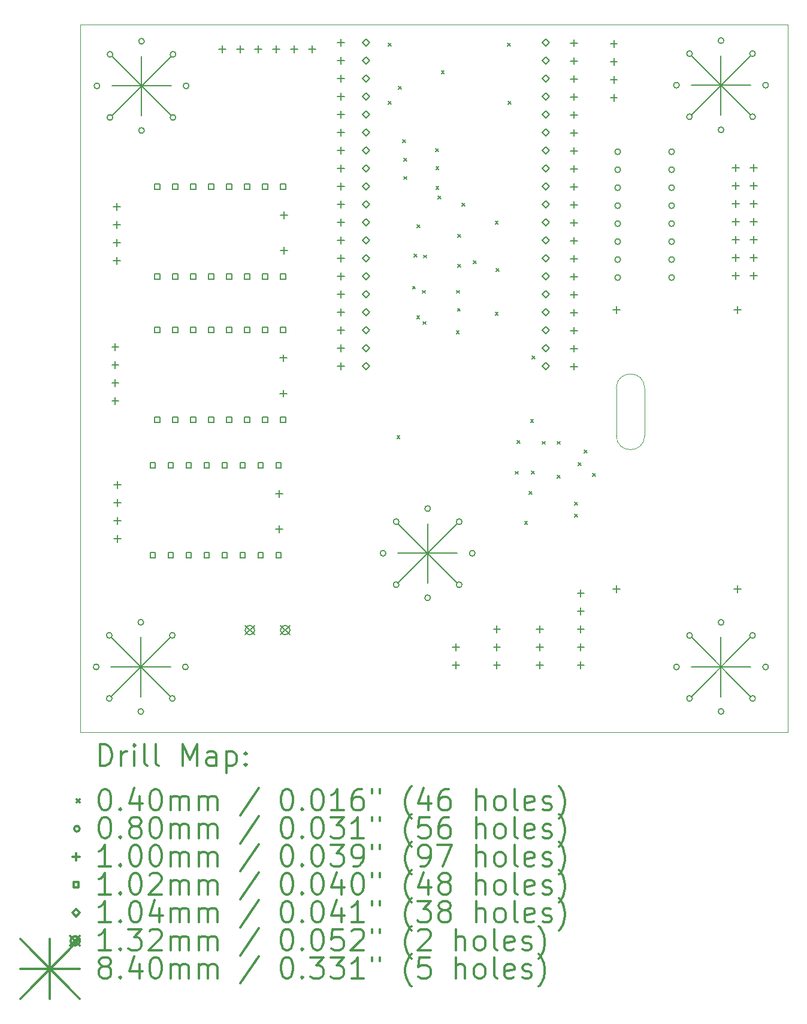
<source format=gbr>
%FSLAX45Y45*%
G04 Gerber Fmt 4.5, Leading zero omitted, Abs format (unit mm)*
G04 Created by KiCad (PCBNEW (5.1.5)-3) date 2025-02-09 11:18:27*
%MOMM*%
%LPD*%
G04 APERTURE LIST*
%TA.AperFunction,Profile*%
%ADD10C,0.050000*%
%TD*%
%TA.AperFunction,Profile*%
%ADD11C,0.120000*%
%TD*%
%ADD12C,0.200000*%
%ADD13C,0.300000*%
G04 APERTURE END LIST*
D10*
X9076880Y-8635950D02*
X9076880Y-9305950D01*
X9476880Y-8635950D02*
X9476880Y-9305950D01*
X9076880Y-8635950D02*
G75*
G02X9476880Y-8635950I200000J0D01*
G01*
X9476880Y-9305950D02*
G75*
G02X9076880Y-9305950I-200000J0D01*
G01*
D11*
X1500000Y-13500000D02*
X11500000Y-13500000D01*
X11500000Y-13500000D02*
X11500000Y-3500000D01*
X1500000Y-3500000D02*
X1500000Y-13500000D01*
X1500000Y-3500000D02*
X11500000Y-3500000D01*
D12*
X5852480Y-3765870D02*
X5892480Y-3805870D01*
X5892480Y-3765870D02*
X5852480Y-3805870D01*
X5857560Y-4583750D02*
X5897560Y-4623750D01*
X5897560Y-4583750D02*
X5857560Y-4623750D01*
X5976880Y-9305950D02*
X6016880Y-9345950D01*
X6016880Y-9305950D02*
X5976880Y-9345950D01*
X5996880Y-4370390D02*
X6036880Y-4410390D01*
X6036880Y-4370390D02*
X5996880Y-4410390D01*
X6056880Y-5125950D02*
X6096880Y-5165950D01*
X6096880Y-5125950D02*
X6056880Y-5165950D01*
X6076880Y-5385950D02*
X6116880Y-5425950D01*
X6116880Y-5385950D02*
X6076880Y-5425950D01*
X6076880Y-5645950D02*
X6116880Y-5685950D01*
X6116880Y-5645950D02*
X6076880Y-5685950D01*
X6196880Y-7195950D02*
X6236880Y-7235950D01*
X6236880Y-7195950D02*
X6196880Y-7235950D01*
X6216880Y-6745950D02*
X6256880Y-6785950D01*
X6256880Y-6745950D02*
X6216880Y-6785950D01*
X6256880Y-7615950D02*
X6296880Y-7655950D01*
X6296880Y-7615950D02*
X6256880Y-7655950D01*
X6258880Y-6326190D02*
X6298880Y-6366190D01*
X6298880Y-6326190D02*
X6258880Y-6366190D01*
X6336880Y-7255950D02*
X6376880Y-7295950D01*
X6376880Y-7255950D02*
X6336880Y-7295950D01*
X6346880Y-7695950D02*
X6386880Y-7735950D01*
X6386880Y-7695950D02*
X6346880Y-7735950D01*
X6356880Y-6755950D02*
X6396880Y-6795950D01*
X6396880Y-6755950D02*
X6356880Y-6795950D01*
X6523597Y-5251026D02*
X6563597Y-5291026D01*
X6563597Y-5251026D02*
X6523597Y-5291026D01*
X6526880Y-5785950D02*
X6566880Y-5825950D01*
X6566880Y-5785950D02*
X6526880Y-5825950D01*
X6526880Y-5505950D02*
X6566880Y-5545950D01*
X6566880Y-5505950D02*
X6526880Y-5545950D01*
X6558600Y-5924870D02*
X6598600Y-5964870D01*
X6598600Y-5924870D02*
X6558600Y-5964870D01*
X6603146Y-4149684D02*
X6643146Y-4189684D01*
X6643146Y-4149684D02*
X6603146Y-4189684D01*
X6816880Y-7825950D02*
X6856880Y-7865950D01*
X6856880Y-7825950D02*
X6816880Y-7865950D01*
X6822760Y-7255830D02*
X6862760Y-7295830D01*
X6862760Y-7255830D02*
X6822760Y-7295830D01*
X6832920Y-7509830D02*
X6872920Y-7549830D01*
X6872920Y-7509830D02*
X6832920Y-7549830D01*
X6836880Y-6465950D02*
X6876880Y-6505950D01*
X6876880Y-6465950D02*
X6836880Y-6505950D01*
X6836880Y-6885950D02*
X6876880Y-6925950D01*
X6876880Y-6885950D02*
X6836880Y-6925950D01*
X6896880Y-6025950D02*
X6936880Y-6065950D01*
X6936880Y-6025950D02*
X6896880Y-6065950D01*
X7056880Y-6835950D02*
X7096880Y-6875950D01*
X7096880Y-6835950D02*
X7056880Y-6875950D01*
X7366880Y-6275950D02*
X7406880Y-6315950D01*
X7406880Y-6275950D02*
X7366880Y-6315950D01*
X7366880Y-7565950D02*
X7406880Y-7605950D01*
X7406880Y-7565950D02*
X7366880Y-7605950D01*
X7376880Y-6945950D02*
X7416880Y-6985950D01*
X7416880Y-6945950D02*
X7376880Y-6985950D01*
X7539040Y-3765870D02*
X7579040Y-3805870D01*
X7579040Y-3765870D02*
X7539040Y-3805870D01*
X7549200Y-4583750D02*
X7589200Y-4623750D01*
X7589200Y-4583750D02*
X7549200Y-4623750D01*
X7646880Y-9812350D02*
X7686880Y-9852350D01*
X7686880Y-9812350D02*
X7646880Y-9852350D01*
X7676880Y-9379270D02*
X7716880Y-9419270D01*
X7716880Y-9379270D02*
X7676880Y-9419270D01*
X7781960Y-10516950D02*
X7821960Y-10556950D01*
X7821960Y-10516950D02*
X7781960Y-10556950D01*
X7841960Y-10096950D02*
X7881960Y-10136950D01*
X7881960Y-10096950D02*
X7841960Y-10136950D01*
X7865541Y-9079550D02*
X7905541Y-9119550D01*
X7905541Y-9079550D02*
X7865541Y-9119550D01*
X7879400Y-9811070D02*
X7919400Y-9851070D01*
X7919400Y-9811070D02*
X7879400Y-9851070D01*
X7889560Y-8185470D02*
X7929560Y-8225470D01*
X7929560Y-8185470D02*
X7889560Y-8225470D01*
X8031800Y-9389430D02*
X8071800Y-9429430D01*
X8071800Y-9389430D02*
X8031800Y-9429430D01*
X8245160Y-9389430D02*
X8285160Y-9429430D01*
X8285160Y-9389430D02*
X8245160Y-9429430D01*
X8245160Y-9866950D02*
X8285160Y-9906950D01*
X8285160Y-9866950D02*
X8245160Y-9906950D01*
X8489000Y-10247950D02*
X8529000Y-10287950D01*
X8529000Y-10247950D02*
X8489000Y-10287950D01*
X8489000Y-10415590D02*
X8529000Y-10455590D01*
X8529000Y-10415590D02*
X8489000Y-10455590D01*
X8536101Y-9689350D02*
X8576101Y-9729350D01*
X8576101Y-9689350D02*
X8536101Y-9729350D01*
X8626160Y-9511350D02*
X8666160Y-9551350D01*
X8666160Y-9511350D02*
X8626160Y-9551350D01*
X8743000Y-9841550D02*
X8783000Y-9881550D01*
X8783000Y-9841550D02*
X8743000Y-9881550D01*
X9966880Y-4355950D02*
G75*
G03X9966880Y-4355950I-40000J0D01*
G01*
X10151403Y-3910473D02*
G75*
G03X10151403Y-3910473I-40000J0D01*
G01*
X10151403Y-4801427D02*
G75*
G03X10151403Y-4801427I-40000J0D01*
G01*
X10596880Y-3725950D02*
G75*
G03X10596880Y-3725950I-40000J0D01*
G01*
X10596880Y-4985950D02*
G75*
G03X10596880Y-4985950I-40000J0D01*
G01*
X11042357Y-3910473D02*
G75*
G03X11042357Y-3910473I-40000J0D01*
G01*
X11042357Y-4801427D02*
G75*
G03X11042357Y-4801427I-40000J0D01*
G01*
X11226880Y-4355950D02*
G75*
G03X11226880Y-4355950I-40000J0D01*
G01*
X1776880Y-4365950D02*
G75*
G03X1776880Y-4365950I-40000J0D01*
G01*
X1961403Y-3920473D02*
G75*
G03X1961403Y-3920473I-40000J0D01*
G01*
X1961403Y-4811427D02*
G75*
G03X1961403Y-4811427I-40000J0D01*
G01*
X2406880Y-3735950D02*
G75*
G03X2406880Y-3735950I-40000J0D01*
G01*
X2406880Y-4995950D02*
G75*
G03X2406880Y-4995950I-40000J0D01*
G01*
X2852357Y-3920473D02*
G75*
G03X2852357Y-3920473I-40000J0D01*
G01*
X2852357Y-4811427D02*
G75*
G03X2852357Y-4811427I-40000J0D01*
G01*
X3036880Y-4365950D02*
G75*
G03X3036880Y-4365950I-40000J0D01*
G01*
X5820960Y-10968990D02*
G75*
G03X5820960Y-10968990I-40000J0D01*
G01*
X6005483Y-10523513D02*
G75*
G03X6005483Y-10523513I-40000J0D01*
G01*
X6005483Y-11414467D02*
G75*
G03X6005483Y-11414467I-40000J0D01*
G01*
X6450960Y-10338990D02*
G75*
G03X6450960Y-10338990I-40000J0D01*
G01*
X6450960Y-11598990D02*
G75*
G03X6450960Y-11598990I-40000J0D01*
G01*
X6896437Y-10523513D02*
G75*
G03X6896437Y-10523513I-40000J0D01*
G01*
X6896437Y-11414467D02*
G75*
G03X6896437Y-11414467I-40000J0D01*
G01*
X7080960Y-10968990D02*
G75*
G03X7080960Y-10968990I-40000J0D01*
G01*
X1766880Y-12575950D02*
G75*
G03X1766880Y-12575950I-40000J0D01*
G01*
X1951403Y-12130473D02*
G75*
G03X1951403Y-12130473I-40000J0D01*
G01*
X1951403Y-13021427D02*
G75*
G03X1951403Y-13021427I-40000J0D01*
G01*
X2396880Y-11945950D02*
G75*
G03X2396880Y-11945950I-40000J0D01*
G01*
X2396880Y-13205950D02*
G75*
G03X2396880Y-13205950I-40000J0D01*
G01*
X2842357Y-12130473D02*
G75*
G03X2842357Y-12130473I-40000J0D01*
G01*
X2842357Y-13021427D02*
G75*
G03X2842357Y-13021427I-40000J0D01*
G01*
X3026880Y-12575950D02*
G75*
G03X3026880Y-12575950I-40000J0D01*
G01*
X9966880Y-12575950D02*
G75*
G03X9966880Y-12575950I-40000J0D01*
G01*
X10151403Y-12130473D02*
G75*
G03X10151403Y-12130473I-40000J0D01*
G01*
X10151403Y-13021427D02*
G75*
G03X10151403Y-13021427I-40000J0D01*
G01*
X10596880Y-11945950D02*
G75*
G03X10596880Y-11945950I-40000J0D01*
G01*
X10596880Y-13205950D02*
G75*
G03X10596880Y-13205950I-40000J0D01*
G01*
X11042357Y-12130473D02*
G75*
G03X11042357Y-12130473I-40000J0D01*
G01*
X11042357Y-13021427D02*
G75*
G03X11042357Y-13021427I-40000J0D01*
G01*
X11226880Y-12575950D02*
G75*
G03X11226880Y-12575950I-40000J0D01*
G01*
X9136880Y-5295950D02*
G75*
G03X9136880Y-5295950I-40000J0D01*
G01*
X9136880Y-5549950D02*
G75*
G03X9136880Y-5549950I-40000J0D01*
G01*
X9136880Y-5803950D02*
G75*
G03X9136880Y-5803950I-40000J0D01*
G01*
X9136880Y-6057950D02*
G75*
G03X9136880Y-6057950I-40000J0D01*
G01*
X9136880Y-6311950D02*
G75*
G03X9136880Y-6311950I-40000J0D01*
G01*
X9136880Y-6565950D02*
G75*
G03X9136880Y-6565950I-40000J0D01*
G01*
X9136880Y-6819950D02*
G75*
G03X9136880Y-6819950I-40000J0D01*
G01*
X9136880Y-7073950D02*
G75*
G03X9136880Y-7073950I-40000J0D01*
G01*
X9898880Y-5295950D02*
G75*
G03X9898880Y-5295950I-40000J0D01*
G01*
X9898880Y-5549950D02*
G75*
G03X9898880Y-5549950I-40000J0D01*
G01*
X9898880Y-5803950D02*
G75*
G03X9898880Y-5803950I-40000J0D01*
G01*
X9898880Y-6057950D02*
G75*
G03X9898880Y-6057950I-40000J0D01*
G01*
X9898880Y-6311950D02*
G75*
G03X9898880Y-6311950I-40000J0D01*
G01*
X9898880Y-6565950D02*
G75*
G03X9898880Y-6565950I-40000J0D01*
G01*
X9898880Y-6819950D02*
G75*
G03X9898880Y-6819950I-40000J0D01*
G01*
X9898880Y-7073950D02*
G75*
G03X9898880Y-7073950I-40000J0D01*
G01*
X10766880Y-5475950D02*
X10766880Y-5575950D01*
X10716880Y-5525950D02*
X10816880Y-5525950D01*
X10766880Y-5729950D02*
X10766880Y-5829950D01*
X10716880Y-5779950D02*
X10816880Y-5779950D01*
X10766880Y-5983950D02*
X10766880Y-6083950D01*
X10716880Y-6033950D02*
X10816880Y-6033950D01*
X10766880Y-6237950D02*
X10766880Y-6337950D01*
X10716880Y-6287950D02*
X10816880Y-6287950D01*
X10766880Y-6491950D02*
X10766880Y-6591950D01*
X10716880Y-6541950D02*
X10816880Y-6541950D01*
X10766880Y-6745950D02*
X10766880Y-6845950D01*
X10716880Y-6795950D02*
X10816880Y-6795950D01*
X10766880Y-6999950D02*
X10766880Y-7099950D01*
X10716880Y-7049950D02*
X10816880Y-7049950D01*
X11020880Y-5475950D02*
X11020880Y-5575950D01*
X10970880Y-5525950D02*
X11070880Y-5525950D01*
X11020880Y-5729950D02*
X11020880Y-5829950D01*
X10970880Y-5779950D02*
X11070880Y-5779950D01*
X11020880Y-5983950D02*
X11020880Y-6083950D01*
X10970880Y-6033950D02*
X11070880Y-6033950D01*
X11020880Y-6237950D02*
X11020880Y-6337950D01*
X10970880Y-6287950D02*
X11070880Y-6287950D01*
X11020880Y-6491950D02*
X11020880Y-6591950D01*
X10970880Y-6541950D02*
X11070880Y-6541950D01*
X11020880Y-6745950D02*
X11020880Y-6845950D01*
X10970880Y-6795950D02*
X11070880Y-6795950D01*
X11020880Y-6999950D02*
X11020880Y-7099950D01*
X10970880Y-7049950D02*
X11070880Y-7049950D01*
X3506880Y-3795950D02*
X3506880Y-3895950D01*
X3456880Y-3845950D02*
X3556880Y-3845950D01*
X3760880Y-3795950D02*
X3760880Y-3895950D01*
X3710880Y-3845950D02*
X3810880Y-3845950D01*
X4014880Y-3795950D02*
X4014880Y-3895950D01*
X3964880Y-3845950D02*
X4064880Y-3845950D01*
X4268880Y-3795950D02*
X4268880Y-3895950D01*
X4218880Y-3845950D02*
X4318880Y-3845950D01*
X4522880Y-3795950D02*
X4522880Y-3895950D01*
X4472880Y-3845950D02*
X4572880Y-3845950D01*
X4776880Y-3795950D02*
X4776880Y-3895950D01*
X4726880Y-3845950D02*
X4826880Y-3845950D01*
X4378960Y-6138710D02*
X4378960Y-6238710D01*
X4328960Y-6188710D02*
X4428960Y-6188710D01*
X4378960Y-6638710D02*
X4378960Y-6738710D01*
X4328960Y-6688710D02*
X4428960Y-6688710D01*
X5186880Y-3705950D02*
X5186880Y-3805950D01*
X5136880Y-3755950D02*
X5236880Y-3755950D01*
X5186880Y-3959950D02*
X5186880Y-4059950D01*
X5136880Y-4009950D02*
X5236880Y-4009950D01*
X5186880Y-4213950D02*
X5186880Y-4313950D01*
X5136880Y-4263950D02*
X5236880Y-4263950D01*
X5186880Y-4467950D02*
X5186880Y-4567950D01*
X5136880Y-4517950D02*
X5236880Y-4517950D01*
X5186880Y-4721950D02*
X5186880Y-4821950D01*
X5136880Y-4771950D02*
X5236880Y-4771950D01*
X5186880Y-4975950D02*
X5186880Y-5075950D01*
X5136880Y-5025950D02*
X5236880Y-5025950D01*
X5186880Y-5229950D02*
X5186880Y-5329950D01*
X5136880Y-5279950D02*
X5236880Y-5279950D01*
X5186880Y-5483950D02*
X5186880Y-5583950D01*
X5136880Y-5533950D02*
X5236880Y-5533950D01*
X5186880Y-5737950D02*
X5186880Y-5837950D01*
X5136880Y-5787950D02*
X5236880Y-5787950D01*
X5186880Y-5991950D02*
X5186880Y-6091950D01*
X5136880Y-6041950D02*
X5236880Y-6041950D01*
X5186880Y-6245950D02*
X5186880Y-6345950D01*
X5136880Y-6295950D02*
X5236880Y-6295950D01*
X5186880Y-6499950D02*
X5186880Y-6599950D01*
X5136880Y-6549950D02*
X5236880Y-6549950D01*
X5186880Y-6753950D02*
X5186880Y-6853950D01*
X5136880Y-6803950D02*
X5236880Y-6803950D01*
X5186880Y-7007950D02*
X5186880Y-7107950D01*
X5136880Y-7057950D02*
X5236880Y-7057950D01*
X5186880Y-7261950D02*
X5186880Y-7361950D01*
X5136880Y-7311950D02*
X5236880Y-7311950D01*
X5186880Y-7515950D02*
X5186880Y-7615950D01*
X5136880Y-7565950D02*
X5236880Y-7565950D01*
X5186880Y-7769950D02*
X5186880Y-7869950D01*
X5136880Y-7819950D02*
X5236880Y-7819950D01*
X5186880Y-8023950D02*
X5186880Y-8123950D01*
X5136880Y-8073950D02*
X5236880Y-8073950D01*
X5186880Y-8277950D02*
X5186880Y-8377950D01*
X5136880Y-8327950D02*
X5236880Y-8327950D01*
X4312920Y-10078630D02*
X4312920Y-10178630D01*
X4262920Y-10128630D02*
X4362920Y-10128630D01*
X4312920Y-10578630D02*
X4312920Y-10678630D01*
X4262920Y-10628630D02*
X4362920Y-10628630D01*
X7390040Y-11992870D02*
X7390040Y-12092870D01*
X7340040Y-12042870D02*
X7440040Y-12042870D01*
X7390040Y-12246870D02*
X7390040Y-12346870D01*
X7340040Y-12296870D02*
X7440040Y-12296870D01*
X7390040Y-12500870D02*
X7390040Y-12600870D01*
X7340040Y-12550870D02*
X7440040Y-12550870D01*
X6812280Y-12242870D02*
X6812280Y-12342870D01*
X6762280Y-12292870D02*
X6862280Y-12292870D01*
X6812280Y-12496870D02*
X6812280Y-12596870D01*
X6762280Y-12546870D02*
X6862280Y-12546870D01*
X9076880Y-7476250D02*
X9076880Y-7576250D01*
X9026880Y-7526250D02*
X9126880Y-7526250D01*
X9076880Y-11425950D02*
X9076880Y-11525950D01*
X9026880Y-11475950D02*
X9126880Y-11475950D01*
X10791380Y-7476250D02*
X10791380Y-7576250D01*
X10741380Y-7526250D02*
X10841380Y-7526250D01*
X10791380Y-11425950D02*
X10791380Y-11525950D01*
X10741380Y-11475950D02*
X10841380Y-11475950D01*
X2016880Y-6023950D02*
X2016880Y-6123950D01*
X1966880Y-6073950D02*
X2066880Y-6073950D01*
X2016880Y-6277950D02*
X2016880Y-6377950D01*
X1966880Y-6327950D02*
X2066880Y-6327950D01*
X2016880Y-6531950D02*
X2016880Y-6631950D01*
X1966880Y-6581950D02*
X2066880Y-6581950D01*
X2016880Y-6785950D02*
X2016880Y-6885950D01*
X1966880Y-6835950D02*
X2066880Y-6835950D01*
X4373880Y-8160550D02*
X4373880Y-8260550D01*
X4323880Y-8210550D02*
X4423880Y-8210550D01*
X4373880Y-8660550D02*
X4373880Y-8760550D01*
X4323880Y-8710550D02*
X4423880Y-8710550D01*
X8575040Y-11482870D02*
X8575040Y-11582870D01*
X8525040Y-11532870D02*
X8625040Y-11532870D01*
X8575040Y-11736870D02*
X8575040Y-11836870D01*
X8525040Y-11786870D02*
X8625040Y-11786870D01*
X8575040Y-11990870D02*
X8575040Y-12090870D01*
X8525040Y-12040870D02*
X8625040Y-12040870D01*
X8575040Y-12244870D02*
X8575040Y-12344870D01*
X8525040Y-12294870D02*
X8625040Y-12294870D01*
X8575040Y-12498870D02*
X8575040Y-12598870D01*
X8525040Y-12548870D02*
X8625040Y-12548870D01*
X7996240Y-11992870D02*
X7996240Y-12092870D01*
X7946240Y-12042870D02*
X8046240Y-12042870D01*
X7996240Y-12246870D02*
X7996240Y-12346870D01*
X7946240Y-12296870D02*
X8046240Y-12296870D01*
X7996240Y-12500870D02*
X7996240Y-12600870D01*
X7946240Y-12550870D02*
X8046240Y-12550870D01*
X9041880Y-3720950D02*
X9041880Y-3820950D01*
X8991880Y-3770950D02*
X9091880Y-3770950D01*
X9041880Y-3974950D02*
X9041880Y-4074950D01*
X8991880Y-4024950D02*
X9091880Y-4024950D01*
X9041880Y-4228950D02*
X9041880Y-4328950D01*
X8991880Y-4278950D02*
X9091880Y-4278950D01*
X9041880Y-4482950D02*
X9041880Y-4582950D01*
X8991880Y-4532950D02*
X9091880Y-4532950D01*
X8476880Y-3707950D02*
X8476880Y-3807950D01*
X8426880Y-3757950D02*
X8526880Y-3757950D01*
X8476880Y-3961950D02*
X8476880Y-4061950D01*
X8426880Y-4011950D02*
X8526880Y-4011950D01*
X8476880Y-4215950D02*
X8476880Y-4315950D01*
X8426880Y-4265950D02*
X8526880Y-4265950D01*
X8476880Y-4469950D02*
X8476880Y-4569950D01*
X8426880Y-4519950D02*
X8526880Y-4519950D01*
X8476880Y-4723950D02*
X8476880Y-4823950D01*
X8426880Y-4773950D02*
X8526880Y-4773950D01*
X8476880Y-4977950D02*
X8476880Y-5077950D01*
X8426880Y-5027950D02*
X8526880Y-5027950D01*
X8476880Y-5231950D02*
X8476880Y-5331950D01*
X8426880Y-5281950D02*
X8526880Y-5281950D01*
X8476880Y-5485950D02*
X8476880Y-5585950D01*
X8426880Y-5535950D02*
X8526880Y-5535950D01*
X8476880Y-5739950D02*
X8476880Y-5839950D01*
X8426880Y-5789950D02*
X8526880Y-5789950D01*
X8476880Y-5993950D02*
X8476880Y-6093950D01*
X8426880Y-6043950D02*
X8526880Y-6043950D01*
X8476880Y-6247950D02*
X8476880Y-6347950D01*
X8426880Y-6297950D02*
X8526880Y-6297950D01*
X8476880Y-6501950D02*
X8476880Y-6601950D01*
X8426880Y-6551950D02*
X8526880Y-6551950D01*
X8476880Y-6755950D02*
X8476880Y-6855950D01*
X8426880Y-6805950D02*
X8526880Y-6805950D01*
X8476880Y-7009950D02*
X8476880Y-7109950D01*
X8426880Y-7059950D02*
X8526880Y-7059950D01*
X8476880Y-7263950D02*
X8476880Y-7363950D01*
X8426880Y-7313950D02*
X8526880Y-7313950D01*
X8476880Y-7517950D02*
X8476880Y-7617950D01*
X8426880Y-7567950D02*
X8526880Y-7567950D01*
X8476880Y-7771950D02*
X8476880Y-7871950D01*
X8426880Y-7821950D02*
X8526880Y-7821950D01*
X8476880Y-8025950D02*
X8476880Y-8125950D01*
X8426880Y-8075950D02*
X8526880Y-8075950D01*
X8476880Y-8279950D02*
X8476880Y-8379950D01*
X8426880Y-8329950D02*
X8526880Y-8329950D01*
X1996880Y-8003950D02*
X1996880Y-8103950D01*
X1946880Y-8053950D02*
X2046880Y-8053950D01*
X1996880Y-8257950D02*
X1996880Y-8357950D01*
X1946880Y-8307950D02*
X2046880Y-8307950D01*
X1996880Y-8511950D02*
X1996880Y-8611950D01*
X1946880Y-8561950D02*
X2046880Y-8561950D01*
X1996880Y-8765950D02*
X1996880Y-8865950D01*
X1946880Y-8815950D02*
X2046880Y-8815950D01*
X2026880Y-9953950D02*
X2026880Y-10053950D01*
X1976880Y-10003950D02*
X2076880Y-10003950D01*
X2026880Y-10207950D02*
X2026880Y-10307950D01*
X1976880Y-10257950D02*
X2076880Y-10257950D01*
X2026880Y-10461950D02*
X2026880Y-10561950D01*
X1976880Y-10511950D02*
X2076880Y-10511950D01*
X2026880Y-10715950D02*
X2026880Y-10815950D01*
X1976880Y-10765950D02*
X2076880Y-10765950D01*
X2623943Y-7847013D02*
X2623943Y-7774887D01*
X2551817Y-7774887D01*
X2551817Y-7847013D01*
X2623943Y-7847013D01*
X2623943Y-9117013D02*
X2623943Y-9044887D01*
X2551817Y-9044887D01*
X2551817Y-9117013D01*
X2623943Y-9117013D01*
X2877943Y-7847013D02*
X2877943Y-7774887D01*
X2805817Y-7774887D01*
X2805817Y-7847013D01*
X2877943Y-7847013D01*
X2877943Y-9117013D02*
X2877943Y-9044887D01*
X2805817Y-9044887D01*
X2805817Y-9117013D01*
X2877943Y-9117013D01*
X3131943Y-7847013D02*
X3131943Y-7774887D01*
X3059817Y-7774887D01*
X3059817Y-7847013D01*
X3131943Y-7847013D01*
X3131943Y-9117013D02*
X3131943Y-9044887D01*
X3059817Y-9044887D01*
X3059817Y-9117013D01*
X3131943Y-9117013D01*
X3385943Y-7847013D02*
X3385943Y-7774887D01*
X3313817Y-7774887D01*
X3313817Y-7847013D01*
X3385943Y-7847013D01*
X3385943Y-9117013D02*
X3385943Y-9044887D01*
X3313817Y-9044887D01*
X3313817Y-9117013D01*
X3385943Y-9117013D01*
X3639943Y-7847013D02*
X3639943Y-7774887D01*
X3567817Y-7774887D01*
X3567817Y-7847013D01*
X3639943Y-7847013D01*
X3639943Y-9117013D02*
X3639943Y-9044887D01*
X3567817Y-9044887D01*
X3567817Y-9117013D01*
X3639943Y-9117013D01*
X3893943Y-7847013D02*
X3893943Y-7774887D01*
X3821817Y-7774887D01*
X3821817Y-7847013D01*
X3893943Y-7847013D01*
X3893943Y-9117013D02*
X3893943Y-9044887D01*
X3821817Y-9044887D01*
X3821817Y-9117013D01*
X3893943Y-9117013D01*
X4147943Y-7847013D02*
X4147943Y-7774887D01*
X4075817Y-7774887D01*
X4075817Y-7847013D01*
X4147943Y-7847013D01*
X4147943Y-9117013D02*
X4147943Y-9044887D01*
X4075817Y-9044887D01*
X4075817Y-9117013D01*
X4147943Y-9117013D01*
X4401943Y-7847013D02*
X4401943Y-7774887D01*
X4329817Y-7774887D01*
X4329817Y-7847013D01*
X4401943Y-7847013D01*
X4401943Y-9117013D02*
X4401943Y-9044887D01*
X4329817Y-9044887D01*
X4329817Y-9117013D01*
X4401943Y-9117013D01*
X2623943Y-5827013D02*
X2623943Y-5754887D01*
X2551817Y-5754887D01*
X2551817Y-5827013D01*
X2623943Y-5827013D01*
X2623943Y-7097013D02*
X2623943Y-7024887D01*
X2551817Y-7024887D01*
X2551817Y-7097013D01*
X2623943Y-7097013D01*
X2877943Y-5827013D02*
X2877943Y-5754887D01*
X2805817Y-5754887D01*
X2805817Y-5827013D01*
X2877943Y-5827013D01*
X2877943Y-7097013D02*
X2877943Y-7024887D01*
X2805817Y-7024887D01*
X2805817Y-7097013D01*
X2877943Y-7097013D01*
X3131943Y-5827013D02*
X3131943Y-5754887D01*
X3059817Y-5754887D01*
X3059817Y-5827013D01*
X3131943Y-5827013D01*
X3131943Y-7097013D02*
X3131943Y-7024887D01*
X3059817Y-7024887D01*
X3059817Y-7097013D01*
X3131943Y-7097013D01*
X3385943Y-5827013D02*
X3385943Y-5754887D01*
X3313817Y-5754887D01*
X3313817Y-5827013D01*
X3385943Y-5827013D01*
X3385943Y-7097013D02*
X3385943Y-7024887D01*
X3313817Y-7024887D01*
X3313817Y-7097013D01*
X3385943Y-7097013D01*
X3639943Y-5827013D02*
X3639943Y-5754887D01*
X3567817Y-5754887D01*
X3567817Y-5827013D01*
X3639943Y-5827013D01*
X3639943Y-7097013D02*
X3639943Y-7024887D01*
X3567817Y-7024887D01*
X3567817Y-7097013D01*
X3639943Y-7097013D01*
X3893943Y-5827013D02*
X3893943Y-5754887D01*
X3821817Y-5754887D01*
X3821817Y-5827013D01*
X3893943Y-5827013D01*
X3893943Y-7097013D02*
X3893943Y-7024887D01*
X3821817Y-7024887D01*
X3821817Y-7097013D01*
X3893943Y-7097013D01*
X4147943Y-5827013D02*
X4147943Y-5754887D01*
X4075817Y-5754887D01*
X4075817Y-5827013D01*
X4147943Y-5827013D01*
X4147943Y-7097013D02*
X4147943Y-7024887D01*
X4075817Y-7024887D01*
X4075817Y-7097013D01*
X4147943Y-7097013D01*
X4401943Y-5827013D02*
X4401943Y-5754887D01*
X4329817Y-5754887D01*
X4329817Y-5827013D01*
X4401943Y-5827013D01*
X4401943Y-7097013D02*
X4401943Y-7024887D01*
X4329817Y-7024887D01*
X4329817Y-7097013D01*
X4401943Y-7097013D01*
X2560703Y-9760453D02*
X2560703Y-9688327D01*
X2488577Y-9688327D01*
X2488577Y-9760453D01*
X2560703Y-9760453D01*
X2560703Y-11030453D02*
X2560703Y-10958327D01*
X2488577Y-10958327D01*
X2488577Y-11030453D01*
X2560703Y-11030453D01*
X2814703Y-9760453D02*
X2814703Y-9688327D01*
X2742577Y-9688327D01*
X2742577Y-9760453D01*
X2814703Y-9760453D01*
X2814703Y-11030453D02*
X2814703Y-10958327D01*
X2742577Y-10958327D01*
X2742577Y-11030453D01*
X2814703Y-11030453D01*
X3068703Y-9760453D02*
X3068703Y-9688327D01*
X2996577Y-9688327D01*
X2996577Y-9760453D01*
X3068703Y-9760453D01*
X3068703Y-11030453D02*
X3068703Y-10958327D01*
X2996577Y-10958327D01*
X2996577Y-11030453D01*
X3068703Y-11030453D01*
X3322703Y-9760453D02*
X3322703Y-9688327D01*
X3250577Y-9688327D01*
X3250577Y-9760453D01*
X3322703Y-9760453D01*
X3322703Y-11030453D02*
X3322703Y-10958327D01*
X3250577Y-10958327D01*
X3250577Y-11030453D01*
X3322703Y-11030453D01*
X3576703Y-9760453D02*
X3576703Y-9688327D01*
X3504577Y-9688327D01*
X3504577Y-9760453D01*
X3576703Y-9760453D01*
X3576703Y-11030453D02*
X3576703Y-10958327D01*
X3504577Y-10958327D01*
X3504577Y-11030453D01*
X3576703Y-11030453D01*
X3830703Y-9760453D02*
X3830703Y-9688327D01*
X3758577Y-9688327D01*
X3758577Y-9760453D01*
X3830703Y-9760453D01*
X3830703Y-11030453D02*
X3830703Y-10958327D01*
X3758577Y-10958327D01*
X3758577Y-11030453D01*
X3830703Y-11030453D01*
X4084703Y-9760453D02*
X4084703Y-9688327D01*
X4012577Y-9688327D01*
X4012577Y-9760453D01*
X4084703Y-9760453D01*
X4084703Y-11030453D02*
X4084703Y-10958327D01*
X4012577Y-10958327D01*
X4012577Y-11030453D01*
X4084703Y-11030453D01*
X4338703Y-9760453D02*
X4338703Y-9688327D01*
X4266577Y-9688327D01*
X4266577Y-9760453D01*
X4338703Y-9760453D01*
X4338703Y-11030453D02*
X4338703Y-10958327D01*
X4266577Y-10958327D01*
X4266577Y-11030453D01*
X4338703Y-11030453D01*
X5540120Y-3807950D02*
X5592120Y-3755950D01*
X5540120Y-3703950D01*
X5488120Y-3755950D01*
X5540120Y-3807950D01*
X5540120Y-4061950D02*
X5592120Y-4009950D01*
X5540120Y-3957950D01*
X5488120Y-4009950D01*
X5540120Y-4061950D01*
X5540120Y-4315950D02*
X5592120Y-4263950D01*
X5540120Y-4211950D01*
X5488120Y-4263950D01*
X5540120Y-4315950D01*
X5540120Y-4569950D02*
X5592120Y-4517950D01*
X5540120Y-4465950D01*
X5488120Y-4517950D01*
X5540120Y-4569950D01*
X5540120Y-4823950D02*
X5592120Y-4771950D01*
X5540120Y-4719950D01*
X5488120Y-4771950D01*
X5540120Y-4823950D01*
X5540120Y-5077950D02*
X5592120Y-5025950D01*
X5540120Y-4973950D01*
X5488120Y-5025950D01*
X5540120Y-5077950D01*
X5540120Y-5331950D02*
X5592120Y-5279950D01*
X5540120Y-5227950D01*
X5488120Y-5279950D01*
X5540120Y-5331950D01*
X5540120Y-5585950D02*
X5592120Y-5533950D01*
X5540120Y-5481950D01*
X5488120Y-5533950D01*
X5540120Y-5585950D01*
X5540120Y-5839950D02*
X5592120Y-5787950D01*
X5540120Y-5735950D01*
X5488120Y-5787950D01*
X5540120Y-5839950D01*
X5540120Y-6093950D02*
X5592120Y-6041950D01*
X5540120Y-5989950D01*
X5488120Y-6041950D01*
X5540120Y-6093950D01*
X5540120Y-6347950D02*
X5592120Y-6295950D01*
X5540120Y-6243950D01*
X5488120Y-6295950D01*
X5540120Y-6347950D01*
X5540120Y-6601950D02*
X5592120Y-6549950D01*
X5540120Y-6497950D01*
X5488120Y-6549950D01*
X5540120Y-6601950D01*
X5540120Y-6855950D02*
X5592120Y-6803950D01*
X5540120Y-6751950D01*
X5488120Y-6803950D01*
X5540120Y-6855950D01*
X5540120Y-7109950D02*
X5592120Y-7057950D01*
X5540120Y-7005950D01*
X5488120Y-7057950D01*
X5540120Y-7109950D01*
X5540120Y-7363950D02*
X5592120Y-7311950D01*
X5540120Y-7259950D01*
X5488120Y-7311950D01*
X5540120Y-7363950D01*
X5540120Y-7617950D02*
X5592120Y-7565950D01*
X5540120Y-7513950D01*
X5488120Y-7565950D01*
X5540120Y-7617950D01*
X5540120Y-7871950D02*
X5592120Y-7819950D01*
X5540120Y-7767950D01*
X5488120Y-7819950D01*
X5540120Y-7871950D01*
X5540120Y-8125950D02*
X5592120Y-8073950D01*
X5540120Y-8021950D01*
X5488120Y-8073950D01*
X5540120Y-8125950D01*
X5540120Y-8379950D02*
X5592120Y-8327950D01*
X5540120Y-8275950D01*
X5488120Y-8327950D01*
X5540120Y-8379950D01*
X8080120Y-3807950D02*
X8132120Y-3755950D01*
X8080120Y-3703950D01*
X8028120Y-3755950D01*
X8080120Y-3807950D01*
X8080120Y-4061950D02*
X8132120Y-4009950D01*
X8080120Y-3957950D01*
X8028120Y-4009950D01*
X8080120Y-4061950D01*
X8080120Y-4315950D02*
X8132120Y-4263950D01*
X8080120Y-4211950D01*
X8028120Y-4263950D01*
X8080120Y-4315950D01*
X8080120Y-4569950D02*
X8132120Y-4517950D01*
X8080120Y-4465950D01*
X8028120Y-4517950D01*
X8080120Y-4569950D01*
X8080120Y-4823950D02*
X8132120Y-4771950D01*
X8080120Y-4719950D01*
X8028120Y-4771950D01*
X8080120Y-4823950D01*
X8080120Y-5077950D02*
X8132120Y-5025950D01*
X8080120Y-4973950D01*
X8028120Y-5025950D01*
X8080120Y-5077950D01*
X8080120Y-5331950D02*
X8132120Y-5279950D01*
X8080120Y-5227950D01*
X8028120Y-5279950D01*
X8080120Y-5331950D01*
X8080120Y-5585950D02*
X8132120Y-5533950D01*
X8080120Y-5481950D01*
X8028120Y-5533950D01*
X8080120Y-5585950D01*
X8080120Y-5839950D02*
X8132120Y-5787950D01*
X8080120Y-5735950D01*
X8028120Y-5787950D01*
X8080120Y-5839950D01*
X8080120Y-6093950D02*
X8132120Y-6041950D01*
X8080120Y-5989950D01*
X8028120Y-6041950D01*
X8080120Y-6093950D01*
X8080120Y-6347950D02*
X8132120Y-6295950D01*
X8080120Y-6243950D01*
X8028120Y-6295950D01*
X8080120Y-6347950D01*
X8080120Y-6601950D02*
X8132120Y-6549950D01*
X8080120Y-6497950D01*
X8028120Y-6549950D01*
X8080120Y-6601950D01*
X8080120Y-6855950D02*
X8132120Y-6803950D01*
X8080120Y-6751950D01*
X8028120Y-6803950D01*
X8080120Y-6855950D01*
X8080120Y-7109950D02*
X8132120Y-7057950D01*
X8080120Y-7005950D01*
X8028120Y-7057950D01*
X8080120Y-7109950D01*
X8080120Y-7363950D02*
X8132120Y-7311950D01*
X8080120Y-7259950D01*
X8028120Y-7311950D01*
X8080120Y-7363950D01*
X8080120Y-7617950D02*
X8132120Y-7565950D01*
X8080120Y-7513950D01*
X8028120Y-7565950D01*
X8080120Y-7617950D01*
X8080120Y-7871950D02*
X8132120Y-7819950D01*
X8080120Y-7767950D01*
X8028120Y-7819950D01*
X8080120Y-7871950D01*
X8080120Y-8125950D02*
X8132120Y-8073950D01*
X8080120Y-8021950D01*
X8028120Y-8073950D01*
X8080120Y-8125950D01*
X8080120Y-8379950D02*
X8132120Y-8327950D01*
X8080120Y-8275950D01*
X8028120Y-8327950D01*
X8080120Y-8379950D01*
X3830880Y-11989950D02*
X3962880Y-12121950D01*
X3962880Y-11989950D02*
X3830880Y-12121950D01*
X3962880Y-12055950D02*
G75*
G03X3962880Y-12055950I-66000J0D01*
G01*
X4330880Y-11989950D02*
X4462880Y-12121950D01*
X4462880Y-11989950D02*
X4330880Y-12121950D01*
X4462880Y-12055950D02*
G75*
G03X4462880Y-12055950I-66000J0D01*
G01*
X1946880Y-3945950D02*
X2786880Y-4785950D01*
X2786880Y-3945950D02*
X1946880Y-4785950D01*
X2366880Y-3945950D02*
X2366880Y-4785950D01*
X1946880Y-4365950D02*
X2786880Y-4365950D01*
X10136880Y-12155950D02*
X10976880Y-12995950D01*
X10976880Y-12155950D02*
X10136880Y-12995950D01*
X10556880Y-12155950D02*
X10556880Y-12995950D01*
X10136880Y-12575950D02*
X10976880Y-12575950D01*
X10136880Y-3935950D02*
X10976880Y-4775950D01*
X10976880Y-3935950D02*
X10136880Y-4775950D01*
X10556880Y-3935950D02*
X10556880Y-4775950D01*
X10136880Y-4355950D02*
X10976880Y-4355950D01*
X5990960Y-10548990D02*
X6830960Y-11388990D01*
X6830960Y-10548990D02*
X5990960Y-11388990D01*
X6410960Y-10548990D02*
X6410960Y-11388990D01*
X5990960Y-10968990D02*
X6830960Y-10968990D01*
X1936880Y-12155950D02*
X2776880Y-12995950D01*
X2776880Y-12155950D02*
X1936880Y-12995950D01*
X2356880Y-12155950D02*
X2356880Y-12995950D01*
X1936880Y-12575950D02*
X2776880Y-12575950D01*
D13*
X1780428Y-13971714D02*
X1780428Y-13671714D01*
X1851857Y-13671714D01*
X1894714Y-13686000D01*
X1923286Y-13714571D01*
X1937571Y-13743143D01*
X1951857Y-13800286D01*
X1951857Y-13843143D01*
X1937571Y-13900286D01*
X1923286Y-13928857D01*
X1894714Y-13957429D01*
X1851857Y-13971714D01*
X1780428Y-13971714D01*
X2080428Y-13971714D02*
X2080428Y-13771714D01*
X2080428Y-13828857D02*
X2094714Y-13800286D01*
X2109000Y-13786000D01*
X2137571Y-13771714D01*
X2166143Y-13771714D01*
X2266143Y-13971714D02*
X2266143Y-13771714D01*
X2266143Y-13671714D02*
X2251857Y-13686000D01*
X2266143Y-13700286D01*
X2280428Y-13686000D01*
X2266143Y-13671714D01*
X2266143Y-13700286D01*
X2451857Y-13971714D02*
X2423286Y-13957429D01*
X2409000Y-13928857D01*
X2409000Y-13671714D01*
X2609000Y-13971714D02*
X2580428Y-13957429D01*
X2566143Y-13928857D01*
X2566143Y-13671714D01*
X2951857Y-13971714D02*
X2951857Y-13671714D01*
X3051857Y-13886000D01*
X3151857Y-13671714D01*
X3151857Y-13971714D01*
X3423286Y-13971714D02*
X3423286Y-13814571D01*
X3409000Y-13786000D01*
X3380428Y-13771714D01*
X3323286Y-13771714D01*
X3294714Y-13786000D01*
X3423286Y-13957429D02*
X3394714Y-13971714D01*
X3323286Y-13971714D01*
X3294714Y-13957429D01*
X3280428Y-13928857D01*
X3280428Y-13900286D01*
X3294714Y-13871714D01*
X3323286Y-13857429D01*
X3394714Y-13857429D01*
X3423286Y-13843143D01*
X3566143Y-13771714D02*
X3566143Y-14071714D01*
X3566143Y-13786000D02*
X3594714Y-13771714D01*
X3651857Y-13771714D01*
X3680428Y-13786000D01*
X3694714Y-13800286D01*
X3709000Y-13828857D01*
X3709000Y-13914571D01*
X3694714Y-13943143D01*
X3680428Y-13957429D01*
X3651857Y-13971714D01*
X3594714Y-13971714D01*
X3566143Y-13957429D01*
X3837571Y-13943143D02*
X3851857Y-13957429D01*
X3837571Y-13971714D01*
X3823286Y-13957429D01*
X3837571Y-13943143D01*
X3837571Y-13971714D01*
X3837571Y-13786000D02*
X3851857Y-13800286D01*
X3837571Y-13814571D01*
X3823286Y-13800286D01*
X3837571Y-13786000D01*
X3837571Y-13814571D01*
X1454000Y-14446000D02*
X1494000Y-14486000D01*
X1494000Y-14446000D02*
X1454000Y-14486000D01*
X1837571Y-14301714D02*
X1866143Y-14301714D01*
X1894714Y-14316000D01*
X1909000Y-14330286D01*
X1923286Y-14358857D01*
X1937571Y-14416000D01*
X1937571Y-14487429D01*
X1923286Y-14544571D01*
X1909000Y-14573143D01*
X1894714Y-14587429D01*
X1866143Y-14601714D01*
X1837571Y-14601714D01*
X1809000Y-14587429D01*
X1794714Y-14573143D01*
X1780428Y-14544571D01*
X1766143Y-14487429D01*
X1766143Y-14416000D01*
X1780428Y-14358857D01*
X1794714Y-14330286D01*
X1809000Y-14316000D01*
X1837571Y-14301714D01*
X2066143Y-14573143D02*
X2080428Y-14587429D01*
X2066143Y-14601714D01*
X2051857Y-14587429D01*
X2066143Y-14573143D01*
X2066143Y-14601714D01*
X2337571Y-14401714D02*
X2337571Y-14601714D01*
X2266143Y-14287429D02*
X2194714Y-14501714D01*
X2380428Y-14501714D01*
X2551857Y-14301714D02*
X2580428Y-14301714D01*
X2609000Y-14316000D01*
X2623286Y-14330286D01*
X2637571Y-14358857D01*
X2651857Y-14416000D01*
X2651857Y-14487429D01*
X2637571Y-14544571D01*
X2623286Y-14573143D01*
X2609000Y-14587429D01*
X2580428Y-14601714D01*
X2551857Y-14601714D01*
X2523286Y-14587429D01*
X2509000Y-14573143D01*
X2494714Y-14544571D01*
X2480428Y-14487429D01*
X2480428Y-14416000D01*
X2494714Y-14358857D01*
X2509000Y-14330286D01*
X2523286Y-14316000D01*
X2551857Y-14301714D01*
X2780428Y-14601714D02*
X2780428Y-14401714D01*
X2780428Y-14430286D02*
X2794714Y-14416000D01*
X2823286Y-14401714D01*
X2866143Y-14401714D01*
X2894714Y-14416000D01*
X2909000Y-14444571D01*
X2909000Y-14601714D01*
X2909000Y-14444571D02*
X2923286Y-14416000D01*
X2951857Y-14401714D01*
X2994714Y-14401714D01*
X3023286Y-14416000D01*
X3037571Y-14444571D01*
X3037571Y-14601714D01*
X3180428Y-14601714D02*
X3180428Y-14401714D01*
X3180428Y-14430286D02*
X3194714Y-14416000D01*
X3223286Y-14401714D01*
X3266143Y-14401714D01*
X3294714Y-14416000D01*
X3309000Y-14444571D01*
X3309000Y-14601714D01*
X3309000Y-14444571D02*
X3323286Y-14416000D01*
X3351857Y-14401714D01*
X3394714Y-14401714D01*
X3423286Y-14416000D01*
X3437571Y-14444571D01*
X3437571Y-14601714D01*
X4023286Y-14287429D02*
X3766143Y-14673143D01*
X4409000Y-14301714D02*
X4437571Y-14301714D01*
X4466143Y-14316000D01*
X4480428Y-14330286D01*
X4494714Y-14358857D01*
X4509000Y-14416000D01*
X4509000Y-14487429D01*
X4494714Y-14544571D01*
X4480428Y-14573143D01*
X4466143Y-14587429D01*
X4437571Y-14601714D01*
X4409000Y-14601714D01*
X4380428Y-14587429D01*
X4366143Y-14573143D01*
X4351857Y-14544571D01*
X4337571Y-14487429D01*
X4337571Y-14416000D01*
X4351857Y-14358857D01*
X4366143Y-14330286D01*
X4380428Y-14316000D01*
X4409000Y-14301714D01*
X4637571Y-14573143D02*
X4651857Y-14587429D01*
X4637571Y-14601714D01*
X4623286Y-14587429D01*
X4637571Y-14573143D01*
X4637571Y-14601714D01*
X4837571Y-14301714D02*
X4866143Y-14301714D01*
X4894714Y-14316000D01*
X4909000Y-14330286D01*
X4923286Y-14358857D01*
X4937571Y-14416000D01*
X4937571Y-14487429D01*
X4923286Y-14544571D01*
X4909000Y-14573143D01*
X4894714Y-14587429D01*
X4866143Y-14601714D01*
X4837571Y-14601714D01*
X4809000Y-14587429D01*
X4794714Y-14573143D01*
X4780428Y-14544571D01*
X4766143Y-14487429D01*
X4766143Y-14416000D01*
X4780428Y-14358857D01*
X4794714Y-14330286D01*
X4809000Y-14316000D01*
X4837571Y-14301714D01*
X5223286Y-14601714D02*
X5051857Y-14601714D01*
X5137571Y-14601714D02*
X5137571Y-14301714D01*
X5109000Y-14344571D01*
X5080428Y-14373143D01*
X5051857Y-14387429D01*
X5480428Y-14301714D02*
X5423286Y-14301714D01*
X5394714Y-14316000D01*
X5380428Y-14330286D01*
X5351857Y-14373143D01*
X5337571Y-14430286D01*
X5337571Y-14544571D01*
X5351857Y-14573143D01*
X5366143Y-14587429D01*
X5394714Y-14601714D01*
X5451857Y-14601714D01*
X5480428Y-14587429D01*
X5494714Y-14573143D01*
X5509000Y-14544571D01*
X5509000Y-14473143D01*
X5494714Y-14444571D01*
X5480428Y-14430286D01*
X5451857Y-14416000D01*
X5394714Y-14416000D01*
X5366143Y-14430286D01*
X5351857Y-14444571D01*
X5337571Y-14473143D01*
X5623286Y-14301714D02*
X5623286Y-14358857D01*
X5737571Y-14301714D02*
X5737571Y-14358857D01*
X6180428Y-14716000D02*
X6166143Y-14701714D01*
X6137571Y-14658857D01*
X6123286Y-14630286D01*
X6109000Y-14587429D01*
X6094714Y-14516000D01*
X6094714Y-14458857D01*
X6109000Y-14387429D01*
X6123286Y-14344571D01*
X6137571Y-14316000D01*
X6166143Y-14273143D01*
X6180428Y-14258857D01*
X6423286Y-14401714D02*
X6423286Y-14601714D01*
X6351857Y-14287429D02*
X6280428Y-14501714D01*
X6466143Y-14501714D01*
X6709000Y-14301714D02*
X6651857Y-14301714D01*
X6623286Y-14316000D01*
X6609000Y-14330286D01*
X6580428Y-14373143D01*
X6566143Y-14430286D01*
X6566143Y-14544571D01*
X6580428Y-14573143D01*
X6594714Y-14587429D01*
X6623286Y-14601714D01*
X6680428Y-14601714D01*
X6709000Y-14587429D01*
X6723286Y-14573143D01*
X6737571Y-14544571D01*
X6737571Y-14473143D01*
X6723286Y-14444571D01*
X6709000Y-14430286D01*
X6680428Y-14416000D01*
X6623286Y-14416000D01*
X6594714Y-14430286D01*
X6580428Y-14444571D01*
X6566143Y-14473143D01*
X7094714Y-14601714D02*
X7094714Y-14301714D01*
X7223286Y-14601714D02*
X7223286Y-14444571D01*
X7209000Y-14416000D01*
X7180428Y-14401714D01*
X7137571Y-14401714D01*
X7109000Y-14416000D01*
X7094714Y-14430286D01*
X7409000Y-14601714D02*
X7380428Y-14587429D01*
X7366143Y-14573143D01*
X7351857Y-14544571D01*
X7351857Y-14458857D01*
X7366143Y-14430286D01*
X7380428Y-14416000D01*
X7409000Y-14401714D01*
X7451857Y-14401714D01*
X7480428Y-14416000D01*
X7494714Y-14430286D01*
X7509000Y-14458857D01*
X7509000Y-14544571D01*
X7494714Y-14573143D01*
X7480428Y-14587429D01*
X7451857Y-14601714D01*
X7409000Y-14601714D01*
X7680428Y-14601714D02*
X7651857Y-14587429D01*
X7637571Y-14558857D01*
X7637571Y-14301714D01*
X7909000Y-14587429D02*
X7880428Y-14601714D01*
X7823286Y-14601714D01*
X7794714Y-14587429D01*
X7780428Y-14558857D01*
X7780428Y-14444571D01*
X7794714Y-14416000D01*
X7823286Y-14401714D01*
X7880428Y-14401714D01*
X7909000Y-14416000D01*
X7923286Y-14444571D01*
X7923286Y-14473143D01*
X7780428Y-14501714D01*
X8037571Y-14587429D02*
X8066143Y-14601714D01*
X8123286Y-14601714D01*
X8151857Y-14587429D01*
X8166143Y-14558857D01*
X8166143Y-14544571D01*
X8151857Y-14516000D01*
X8123286Y-14501714D01*
X8080428Y-14501714D01*
X8051857Y-14487429D01*
X8037571Y-14458857D01*
X8037571Y-14444571D01*
X8051857Y-14416000D01*
X8080428Y-14401714D01*
X8123286Y-14401714D01*
X8151857Y-14416000D01*
X8266143Y-14716000D02*
X8280428Y-14701714D01*
X8309000Y-14658857D01*
X8323286Y-14630286D01*
X8337571Y-14587429D01*
X8351857Y-14516000D01*
X8351857Y-14458857D01*
X8337571Y-14387429D01*
X8323286Y-14344571D01*
X8309000Y-14316000D01*
X8280428Y-14273143D01*
X8266143Y-14258857D01*
X1494000Y-14862000D02*
G75*
G03X1494000Y-14862000I-40000J0D01*
G01*
X1837571Y-14697714D02*
X1866143Y-14697714D01*
X1894714Y-14712000D01*
X1909000Y-14726286D01*
X1923286Y-14754857D01*
X1937571Y-14812000D01*
X1937571Y-14883429D01*
X1923286Y-14940571D01*
X1909000Y-14969143D01*
X1894714Y-14983429D01*
X1866143Y-14997714D01*
X1837571Y-14997714D01*
X1809000Y-14983429D01*
X1794714Y-14969143D01*
X1780428Y-14940571D01*
X1766143Y-14883429D01*
X1766143Y-14812000D01*
X1780428Y-14754857D01*
X1794714Y-14726286D01*
X1809000Y-14712000D01*
X1837571Y-14697714D01*
X2066143Y-14969143D02*
X2080428Y-14983429D01*
X2066143Y-14997714D01*
X2051857Y-14983429D01*
X2066143Y-14969143D01*
X2066143Y-14997714D01*
X2251857Y-14826286D02*
X2223286Y-14812000D01*
X2209000Y-14797714D01*
X2194714Y-14769143D01*
X2194714Y-14754857D01*
X2209000Y-14726286D01*
X2223286Y-14712000D01*
X2251857Y-14697714D01*
X2309000Y-14697714D01*
X2337571Y-14712000D01*
X2351857Y-14726286D01*
X2366143Y-14754857D01*
X2366143Y-14769143D01*
X2351857Y-14797714D01*
X2337571Y-14812000D01*
X2309000Y-14826286D01*
X2251857Y-14826286D01*
X2223286Y-14840571D01*
X2209000Y-14854857D01*
X2194714Y-14883429D01*
X2194714Y-14940571D01*
X2209000Y-14969143D01*
X2223286Y-14983429D01*
X2251857Y-14997714D01*
X2309000Y-14997714D01*
X2337571Y-14983429D01*
X2351857Y-14969143D01*
X2366143Y-14940571D01*
X2366143Y-14883429D01*
X2351857Y-14854857D01*
X2337571Y-14840571D01*
X2309000Y-14826286D01*
X2551857Y-14697714D02*
X2580428Y-14697714D01*
X2609000Y-14712000D01*
X2623286Y-14726286D01*
X2637571Y-14754857D01*
X2651857Y-14812000D01*
X2651857Y-14883429D01*
X2637571Y-14940571D01*
X2623286Y-14969143D01*
X2609000Y-14983429D01*
X2580428Y-14997714D01*
X2551857Y-14997714D01*
X2523286Y-14983429D01*
X2509000Y-14969143D01*
X2494714Y-14940571D01*
X2480428Y-14883429D01*
X2480428Y-14812000D01*
X2494714Y-14754857D01*
X2509000Y-14726286D01*
X2523286Y-14712000D01*
X2551857Y-14697714D01*
X2780428Y-14997714D02*
X2780428Y-14797714D01*
X2780428Y-14826286D02*
X2794714Y-14812000D01*
X2823286Y-14797714D01*
X2866143Y-14797714D01*
X2894714Y-14812000D01*
X2909000Y-14840571D01*
X2909000Y-14997714D01*
X2909000Y-14840571D02*
X2923286Y-14812000D01*
X2951857Y-14797714D01*
X2994714Y-14797714D01*
X3023286Y-14812000D01*
X3037571Y-14840571D01*
X3037571Y-14997714D01*
X3180428Y-14997714D02*
X3180428Y-14797714D01*
X3180428Y-14826286D02*
X3194714Y-14812000D01*
X3223286Y-14797714D01*
X3266143Y-14797714D01*
X3294714Y-14812000D01*
X3309000Y-14840571D01*
X3309000Y-14997714D01*
X3309000Y-14840571D02*
X3323286Y-14812000D01*
X3351857Y-14797714D01*
X3394714Y-14797714D01*
X3423286Y-14812000D01*
X3437571Y-14840571D01*
X3437571Y-14997714D01*
X4023286Y-14683429D02*
X3766143Y-15069143D01*
X4409000Y-14697714D02*
X4437571Y-14697714D01*
X4466143Y-14712000D01*
X4480428Y-14726286D01*
X4494714Y-14754857D01*
X4509000Y-14812000D01*
X4509000Y-14883429D01*
X4494714Y-14940571D01*
X4480428Y-14969143D01*
X4466143Y-14983429D01*
X4437571Y-14997714D01*
X4409000Y-14997714D01*
X4380428Y-14983429D01*
X4366143Y-14969143D01*
X4351857Y-14940571D01*
X4337571Y-14883429D01*
X4337571Y-14812000D01*
X4351857Y-14754857D01*
X4366143Y-14726286D01*
X4380428Y-14712000D01*
X4409000Y-14697714D01*
X4637571Y-14969143D02*
X4651857Y-14983429D01*
X4637571Y-14997714D01*
X4623286Y-14983429D01*
X4637571Y-14969143D01*
X4637571Y-14997714D01*
X4837571Y-14697714D02*
X4866143Y-14697714D01*
X4894714Y-14712000D01*
X4909000Y-14726286D01*
X4923286Y-14754857D01*
X4937571Y-14812000D01*
X4937571Y-14883429D01*
X4923286Y-14940571D01*
X4909000Y-14969143D01*
X4894714Y-14983429D01*
X4866143Y-14997714D01*
X4837571Y-14997714D01*
X4809000Y-14983429D01*
X4794714Y-14969143D01*
X4780428Y-14940571D01*
X4766143Y-14883429D01*
X4766143Y-14812000D01*
X4780428Y-14754857D01*
X4794714Y-14726286D01*
X4809000Y-14712000D01*
X4837571Y-14697714D01*
X5037571Y-14697714D02*
X5223286Y-14697714D01*
X5123286Y-14812000D01*
X5166143Y-14812000D01*
X5194714Y-14826286D01*
X5209000Y-14840571D01*
X5223286Y-14869143D01*
X5223286Y-14940571D01*
X5209000Y-14969143D01*
X5194714Y-14983429D01*
X5166143Y-14997714D01*
X5080428Y-14997714D01*
X5051857Y-14983429D01*
X5037571Y-14969143D01*
X5509000Y-14997714D02*
X5337571Y-14997714D01*
X5423286Y-14997714D02*
X5423286Y-14697714D01*
X5394714Y-14740571D01*
X5366143Y-14769143D01*
X5337571Y-14783429D01*
X5623286Y-14697714D02*
X5623286Y-14754857D01*
X5737571Y-14697714D02*
X5737571Y-14754857D01*
X6180428Y-15112000D02*
X6166143Y-15097714D01*
X6137571Y-15054857D01*
X6123286Y-15026286D01*
X6109000Y-14983429D01*
X6094714Y-14912000D01*
X6094714Y-14854857D01*
X6109000Y-14783429D01*
X6123286Y-14740571D01*
X6137571Y-14712000D01*
X6166143Y-14669143D01*
X6180428Y-14654857D01*
X6437571Y-14697714D02*
X6294714Y-14697714D01*
X6280428Y-14840571D01*
X6294714Y-14826286D01*
X6323286Y-14812000D01*
X6394714Y-14812000D01*
X6423286Y-14826286D01*
X6437571Y-14840571D01*
X6451857Y-14869143D01*
X6451857Y-14940571D01*
X6437571Y-14969143D01*
X6423286Y-14983429D01*
X6394714Y-14997714D01*
X6323286Y-14997714D01*
X6294714Y-14983429D01*
X6280428Y-14969143D01*
X6709000Y-14697714D02*
X6651857Y-14697714D01*
X6623286Y-14712000D01*
X6609000Y-14726286D01*
X6580428Y-14769143D01*
X6566143Y-14826286D01*
X6566143Y-14940571D01*
X6580428Y-14969143D01*
X6594714Y-14983429D01*
X6623286Y-14997714D01*
X6680428Y-14997714D01*
X6709000Y-14983429D01*
X6723286Y-14969143D01*
X6737571Y-14940571D01*
X6737571Y-14869143D01*
X6723286Y-14840571D01*
X6709000Y-14826286D01*
X6680428Y-14812000D01*
X6623286Y-14812000D01*
X6594714Y-14826286D01*
X6580428Y-14840571D01*
X6566143Y-14869143D01*
X7094714Y-14997714D02*
X7094714Y-14697714D01*
X7223286Y-14997714D02*
X7223286Y-14840571D01*
X7209000Y-14812000D01*
X7180428Y-14797714D01*
X7137571Y-14797714D01*
X7109000Y-14812000D01*
X7094714Y-14826286D01*
X7409000Y-14997714D02*
X7380428Y-14983429D01*
X7366143Y-14969143D01*
X7351857Y-14940571D01*
X7351857Y-14854857D01*
X7366143Y-14826286D01*
X7380428Y-14812000D01*
X7409000Y-14797714D01*
X7451857Y-14797714D01*
X7480428Y-14812000D01*
X7494714Y-14826286D01*
X7509000Y-14854857D01*
X7509000Y-14940571D01*
X7494714Y-14969143D01*
X7480428Y-14983429D01*
X7451857Y-14997714D01*
X7409000Y-14997714D01*
X7680428Y-14997714D02*
X7651857Y-14983429D01*
X7637571Y-14954857D01*
X7637571Y-14697714D01*
X7909000Y-14983429D02*
X7880428Y-14997714D01*
X7823286Y-14997714D01*
X7794714Y-14983429D01*
X7780428Y-14954857D01*
X7780428Y-14840571D01*
X7794714Y-14812000D01*
X7823286Y-14797714D01*
X7880428Y-14797714D01*
X7909000Y-14812000D01*
X7923286Y-14840571D01*
X7923286Y-14869143D01*
X7780428Y-14897714D01*
X8037571Y-14983429D02*
X8066143Y-14997714D01*
X8123286Y-14997714D01*
X8151857Y-14983429D01*
X8166143Y-14954857D01*
X8166143Y-14940571D01*
X8151857Y-14912000D01*
X8123286Y-14897714D01*
X8080428Y-14897714D01*
X8051857Y-14883429D01*
X8037571Y-14854857D01*
X8037571Y-14840571D01*
X8051857Y-14812000D01*
X8080428Y-14797714D01*
X8123286Y-14797714D01*
X8151857Y-14812000D01*
X8266143Y-15112000D02*
X8280428Y-15097714D01*
X8309000Y-15054857D01*
X8323286Y-15026286D01*
X8337571Y-14983429D01*
X8351857Y-14912000D01*
X8351857Y-14854857D01*
X8337571Y-14783429D01*
X8323286Y-14740571D01*
X8309000Y-14712000D01*
X8280428Y-14669143D01*
X8266143Y-14654857D01*
X1444000Y-15208000D02*
X1444000Y-15308000D01*
X1394000Y-15258000D02*
X1494000Y-15258000D01*
X1937571Y-15393714D02*
X1766143Y-15393714D01*
X1851857Y-15393714D02*
X1851857Y-15093714D01*
X1823286Y-15136571D01*
X1794714Y-15165143D01*
X1766143Y-15179429D01*
X2066143Y-15365143D02*
X2080428Y-15379429D01*
X2066143Y-15393714D01*
X2051857Y-15379429D01*
X2066143Y-15365143D01*
X2066143Y-15393714D01*
X2266143Y-15093714D02*
X2294714Y-15093714D01*
X2323286Y-15108000D01*
X2337571Y-15122286D01*
X2351857Y-15150857D01*
X2366143Y-15208000D01*
X2366143Y-15279429D01*
X2351857Y-15336571D01*
X2337571Y-15365143D01*
X2323286Y-15379429D01*
X2294714Y-15393714D01*
X2266143Y-15393714D01*
X2237571Y-15379429D01*
X2223286Y-15365143D01*
X2209000Y-15336571D01*
X2194714Y-15279429D01*
X2194714Y-15208000D01*
X2209000Y-15150857D01*
X2223286Y-15122286D01*
X2237571Y-15108000D01*
X2266143Y-15093714D01*
X2551857Y-15093714D02*
X2580428Y-15093714D01*
X2609000Y-15108000D01*
X2623286Y-15122286D01*
X2637571Y-15150857D01*
X2651857Y-15208000D01*
X2651857Y-15279429D01*
X2637571Y-15336571D01*
X2623286Y-15365143D01*
X2609000Y-15379429D01*
X2580428Y-15393714D01*
X2551857Y-15393714D01*
X2523286Y-15379429D01*
X2509000Y-15365143D01*
X2494714Y-15336571D01*
X2480428Y-15279429D01*
X2480428Y-15208000D01*
X2494714Y-15150857D01*
X2509000Y-15122286D01*
X2523286Y-15108000D01*
X2551857Y-15093714D01*
X2780428Y-15393714D02*
X2780428Y-15193714D01*
X2780428Y-15222286D02*
X2794714Y-15208000D01*
X2823286Y-15193714D01*
X2866143Y-15193714D01*
X2894714Y-15208000D01*
X2909000Y-15236571D01*
X2909000Y-15393714D01*
X2909000Y-15236571D02*
X2923286Y-15208000D01*
X2951857Y-15193714D01*
X2994714Y-15193714D01*
X3023286Y-15208000D01*
X3037571Y-15236571D01*
X3037571Y-15393714D01*
X3180428Y-15393714D02*
X3180428Y-15193714D01*
X3180428Y-15222286D02*
X3194714Y-15208000D01*
X3223286Y-15193714D01*
X3266143Y-15193714D01*
X3294714Y-15208000D01*
X3309000Y-15236571D01*
X3309000Y-15393714D01*
X3309000Y-15236571D02*
X3323286Y-15208000D01*
X3351857Y-15193714D01*
X3394714Y-15193714D01*
X3423286Y-15208000D01*
X3437571Y-15236571D01*
X3437571Y-15393714D01*
X4023286Y-15079429D02*
X3766143Y-15465143D01*
X4409000Y-15093714D02*
X4437571Y-15093714D01*
X4466143Y-15108000D01*
X4480428Y-15122286D01*
X4494714Y-15150857D01*
X4509000Y-15208000D01*
X4509000Y-15279429D01*
X4494714Y-15336571D01*
X4480428Y-15365143D01*
X4466143Y-15379429D01*
X4437571Y-15393714D01*
X4409000Y-15393714D01*
X4380428Y-15379429D01*
X4366143Y-15365143D01*
X4351857Y-15336571D01*
X4337571Y-15279429D01*
X4337571Y-15208000D01*
X4351857Y-15150857D01*
X4366143Y-15122286D01*
X4380428Y-15108000D01*
X4409000Y-15093714D01*
X4637571Y-15365143D02*
X4651857Y-15379429D01*
X4637571Y-15393714D01*
X4623286Y-15379429D01*
X4637571Y-15365143D01*
X4637571Y-15393714D01*
X4837571Y-15093714D02*
X4866143Y-15093714D01*
X4894714Y-15108000D01*
X4909000Y-15122286D01*
X4923286Y-15150857D01*
X4937571Y-15208000D01*
X4937571Y-15279429D01*
X4923286Y-15336571D01*
X4909000Y-15365143D01*
X4894714Y-15379429D01*
X4866143Y-15393714D01*
X4837571Y-15393714D01*
X4809000Y-15379429D01*
X4794714Y-15365143D01*
X4780428Y-15336571D01*
X4766143Y-15279429D01*
X4766143Y-15208000D01*
X4780428Y-15150857D01*
X4794714Y-15122286D01*
X4809000Y-15108000D01*
X4837571Y-15093714D01*
X5037571Y-15093714D02*
X5223286Y-15093714D01*
X5123286Y-15208000D01*
X5166143Y-15208000D01*
X5194714Y-15222286D01*
X5209000Y-15236571D01*
X5223286Y-15265143D01*
X5223286Y-15336571D01*
X5209000Y-15365143D01*
X5194714Y-15379429D01*
X5166143Y-15393714D01*
X5080428Y-15393714D01*
X5051857Y-15379429D01*
X5037571Y-15365143D01*
X5366143Y-15393714D02*
X5423286Y-15393714D01*
X5451857Y-15379429D01*
X5466143Y-15365143D01*
X5494714Y-15322286D01*
X5509000Y-15265143D01*
X5509000Y-15150857D01*
X5494714Y-15122286D01*
X5480428Y-15108000D01*
X5451857Y-15093714D01*
X5394714Y-15093714D01*
X5366143Y-15108000D01*
X5351857Y-15122286D01*
X5337571Y-15150857D01*
X5337571Y-15222286D01*
X5351857Y-15250857D01*
X5366143Y-15265143D01*
X5394714Y-15279429D01*
X5451857Y-15279429D01*
X5480428Y-15265143D01*
X5494714Y-15250857D01*
X5509000Y-15222286D01*
X5623286Y-15093714D02*
X5623286Y-15150857D01*
X5737571Y-15093714D02*
X5737571Y-15150857D01*
X6180428Y-15508000D02*
X6166143Y-15493714D01*
X6137571Y-15450857D01*
X6123286Y-15422286D01*
X6109000Y-15379429D01*
X6094714Y-15308000D01*
X6094714Y-15250857D01*
X6109000Y-15179429D01*
X6123286Y-15136571D01*
X6137571Y-15108000D01*
X6166143Y-15065143D01*
X6180428Y-15050857D01*
X6309000Y-15393714D02*
X6366143Y-15393714D01*
X6394714Y-15379429D01*
X6409000Y-15365143D01*
X6437571Y-15322286D01*
X6451857Y-15265143D01*
X6451857Y-15150857D01*
X6437571Y-15122286D01*
X6423286Y-15108000D01*
X6394714Y-15093714D01*
X6337571Y-15093714D01*
X6309000Y-15108000D01*
X6294714Y-15122286D01*
X6280428Y-15150857D01*
X6280428Y-15222286D01*
X6294714Y-15250857D01*
X6309000Y-15265143D01*
X6337571Y-15279429D01*
X6394714Y-15279429D01*
X6423286Y-15265143D01*
X6437571Y-15250857D01*
X6451857Y-15222286D01*
X6551857Y-15093714D02*
X6751857Y-15093714D01*
X6623286Y-15393714D01*
X7094714Y-15393714D02*
X7094714Y-15093714D01*
X7223286Y-15393714D02*
X7223286Y-15236571D01*
X7209000Y-15208000D01*
X7180428Y-15193714D01*
X7137571Y-15193714D01*
X7109000Y-15208000D01*
X7094714Y-15222286D01*
X7409000Y-15393714D02*
X7380428Y-15379429D01*
X7366143Y-15365143D01*
X7351857Y-15336571D01*
X7351857Y-15250857D01*
X7366143Y-15222286D01*
X7380428Y-15208000D01*
X7409000Y-15193714D01*
X7451857Y-15193714D01*
X7480428Y-15208000D01*
X7494714Y-15222286D01*
X7509000Y-15250857D01*
X7509000Y-15336571D01*
X7494714Y-15365143D01*
X7480428Y-15379429D01*
X7451857Y-15393714D01*
X7409000Y-15393714D01*
X7680428Y-15393714D02*
X7651857Y-15379429D01*
X7637571Y-15350857D01*
X7637571Y-15093714D01*
X7909000Y-15379429D02*
X7880428Y-15393714D01*
X7823286Y-15393714D01*
X7794714Y-15379429D01*
X7780428Y-15350857D01*
X7780428Y-15236571D01*
X7794714Y-15208000D01*
X7823286Y-15193714D01*
X7880428Y-15193714D01*
X7909000Y-15208000D01*
X7923286Y-15236571D01*
X7923286Y-15265143D01*
X7780428Y-15293714D01*
X8037571Y-15379429D02*
X8066143Y-15393714D01*
X8123286Y-15393714D01*
X8151857Y-15379429D01*
X8166143Y-15350857D01*
X8166143Y-15336571D01*
X8151857Y-15308000D01*
X8123286Y-15293714D01*
X8080428Y-15293714D01*
X8051857Y-15279429D01*
X8037571Y-15250857D01*
X8037571Y-15236571D01*
X8051857Y-15208000D01*
X8080428Y-15193714D01*
X8123286Y-15193714D01*
X8151857Y-15208000D01*
X8266143Y-15508000D02*
X8280428Y-15493714D01*
X8309000Y-15450857D01*
X8323286Y-15422286D01*
X8337571Y-15379429D01*
X8351857Y-15308000D01*
X8351857Y-15250857D01*
X8337571Y-15179429D01*
X8323286Y-15136571D01*
X8309000Y-15108000D01*
X8280428Y-15065143D01*
X8266143Y-15050857D01*
X1479063Y-15690063D02*
X1479063Y-15617937D01*
X1406937Y-15617937D01*
X1406937Y-15690063D01*
X1479063Y-15690063D01*
X1937571Y-15789714D02*
X1766143Y-15789714D01*
X1851857Y-15789714D02*
X1851857Y-15489714D01*
X1823286Y-15532571D01*
X1794714Y-15561143D01*
X1766143Y-15575429D01*
X2066143Y-15761143D02*
X2080428Y-15775429D01*
X2066143Y-15789714D01*
X2051857Y-15775429D01*
X2066143Y-15761143D01*
X2066143Y-15789714D01*
X2266143Y-15489714D02*
X2294714Y-15489714D01*
X2323286Y-15504000D01*
X2337571Y-15518286D01*
X2351857Y-15546857D01*
X2366143Y-15604000D01*
X2366143Y-15675429D01*
X2351857Y-15732571D01*
X2337571Y-15761143D01*
X2323286Y-15775429D01*
X2294714Y-15789714D01*
X2266143Y-15789714D01*
X2237571Y-15775429D01*
X2223286Y-15761143D01*
X2209000Y-15732571D01*
X2194714Y-15675429D01*
X2194714Y-15604000D01*
X2209000Y-15546857D01*
X2223286Y-15518286D01*
X2237571Y-15504000D01*
X2266143Y-15489714D01*
X2480428Y-15518286D02*
X2494714Y-15504000D01*
X2523286Y-15489714D01*
X2594714Y-15489714D01*
X2623286Y-15504000D01*
X2637571Y-15518286D01*
X2651857Y-15546857D01*
X2651857Y-15575429D01*
X2637571Y-15618286D01*
X2466143Y-15789714D01*
X2651857Y-15789714D01*
X2780428Y-15789714D02*
X2780428Y-15589714D01*
X2780428Y-15618286D02*
X2794714Y-15604000D01*
X2823286Y-15589714D01*
X2866143Y-15589714D01*
X2894714Y-15604000D01*
X2909000Y-15632571D01*
X2909000Y-15789714D01*
X2909000Y-15632571D02*
X2923286Y-15604000D01*
X2951857Y-15589714D01*
X2994714Y-15589714D01*
X3023286Y-15604000D01*
X3037571Y-15632571D01*
X3037571Y-15789714D01*
X3180428Y-15789714D02*
X3180428Y-15589714D01*
X3180428Y-15618286D02*
X3194714Y-15604000D01*
X3223286Y-15589714D01*
X3266143Y-15589714D01*
X3294714Y-15604000D01*
X3309000Y-15632571D01*
X3309000Y-15789714D01*
X3309000Y-15632571D02*
X3323286Y-15604000D01*
X3351857Y-15589714D01*
X3394714Y-15589714D01*
X3423286Y-15604000D01*
X3437571Y-15632571D01*
X3437571Y-15789714D01*
X4023286Y-15475429D02*
X3766143Y-15861143D01*
X4409000Y-15489714D02*
X4437571Y-15489714D01*
X4466143Y-15504000D01*
X4480428Y-15518286D01*
X4494714Y-15546857D01*
X4509000Y-15604000D01*
X4509000Y-15675429D01*
X4494714Y-15732571D01*
X4480428Y-15761143D01*
X4466143Y-15775429D01*
X4437571Y-15789714D01*
X4409000Y-15789714D01*
X4380428Y-15775429D01*
X4366143Y-15761143D01*
X4351857Y-15732571D01*
X4337571Y-15675429D01*
X4337571Y-15604000D01*
X4351857Y-15546857D01*
X4366143Y-15518286D01*
X4380428Y-15504000D01*
X4409000Y-15489714D01*
X4637571Y-15761143D02*
X4651857Y-15775429D01*
X4637571Y-15789714D01*
X4623286Y-15775429D01*
X4637571Y-15761143D01*
X4637571Y-15789714D01*
X4837571Y-15489714D02*
X4866143Y-15489714D01*
X4894714Y-15504000D01*
X4909000Y-15518286D01*
X4923286Y-15546857D01*
X4937571Y-15604000D01*
X4937571Y-15675429D01*
X4923286Y-15732571D01*
X4909000Y-15761143D01*
X4894714Y-15775429D01*
X4866143Y-15789714D01*
X4837571Y-15789714D01*
X4809000Y-15775429D01*
X4794714Y-15761143D01*
X4780428Y-15732571D01*
X4766143Y-15675429D01*
X4766143Y-15604000D01*
X4780428Y-15546857D01*
X4794714Y-15518286D01*
X4809000Y-15504000D01*
X4837571Y-15489714D01*
X5194714Y-15589714D02*
X5194714Y-15789714D01*
X5123286Y-15475429D02*
X5051857Y-15689714D01*
X5237571Y-15689714D01*
X5409000Y-15489714D02*
X5437571Y-15489714D01*
X5466143Y-15504000D01*
X5480428Y-15518286D01*
X5494714Y-15546857D01*
X5509000Y-15604000D01*
X5509000Y-15675429D01*
X5494714Y-15732571D01*
X5480428Y-15761143D01*
X5466143Y-15775429D01*
X5437571Y-15789714D01*
X5409000Y-15789714D01*
X5380428Y-15775429D01*
X5366143Y-15761143D01*
X5351857Y-15732571D01*
X5337571Y-15675429D01*
X5337571Y-15604000D01*
X5351857Y-15546857D01*
X5366143Y-15518286D01*
X5380428Y-15504000D01*
X5409000Y-15489714D01*
X5623286Y-15489714D02*
X5623286Y-15546857D01*
X5737571Y-15489714D02*
X5737571Y-15546857D01*
X6180428Y-15904000D02*
X6166143Y-15889714D01*
X6137571Y-15846857D01*
X6123286Y-15818286D01*
X6109000Y-15775429D01*
X6094714Y-15704000D01*
X6094714Y-15646857D01*
X6109000Y-15575429D01*
X6123286Y-15532571D01*
X6137571Y-15504000D01*
X6166143Y-15461143D01*
X6180428Y-15446857D01*
X6423286Y-15589714D02*
X6423286Y-15789714D01*
X6351857Y-15475429D02*
X6280428Y-15689714D01*
X6466143Y-15689714D01*
X6623286Y-15618286D02*
X6594714Y-15604000D01*
X6580428Y-15589714D01*
X6566143Y-15561143D01*
X6566143Y-15546857D01*
X6580428Y-15518286D01*
X6594714Y-15504000D01*
X6623286Y-15489714D01*
X6680428Y-15489714D01*
X6709000Y-15504000D01*
X6723286Y-15518286D01*
X6737571Y-15546857D01*
X6737571Y-15561143D01*
X6723286Y-15589714D01*
X6709000Y-15604000D01*
X6680428Y-15618286D01*
X6623286Y-15618286D01*
X6594714Y-15632571D01*
X6580428Y-15646857D01*
X6566143Y-15675429D01*
X6566143Y-15732571D01*
X6580428Y-15761143D01*
X6594714Y-15775429D01*
X6623286Y-15789714D01*
X6680428Y-15789714D01*
X6709000Y-15775429D01*
X6723286Y-15761143D01*
X6737571Y-15732571D01*
X6737571Y-15675429D01*
X6723286Y-15646857D01*
X6709000Y-15632571D01*
X6680428Y-15618286D01*
X7094714Y-15789714D02*
X7094714Y-15489714D01*
X7223286Y-15789714D02*
X7223286Y-15632571D01*
X7209000Y-15604000D01*
X7180428Y-15589714D01*
X7137571Y-15589714D01*
X7109000Y-15604000D01*
X7094714Y-15618286D01*
X7409000Y-15789714D02*
X7380428Y-15775429D01*
X7366143Y-15761143D01*
X7351857Y-15732571D01*
X7351857Y-15646857D01*
X7366143Y-15618286D01*
X7380428Y-15604000D01*
X7409000Y-15589714D01*
X7451857Y-15589714D01*
X7480428Y-15604000D01*
X7494714Y-15618286D01*
X7509000Y-15646857D01*
X7509000Y-15732571D01*
X7494714Y-15761143D01*
X7480428Y-15775429D01*
X7451857Y-15789714D01*
X7409000Y-15789714D01*
X7680428Y-15789714D02*
X7651857Y-15775429D01*
X7637571Y-15746857D01*
X7637571Y-15489714D01*
X7909000Y-15775429D02*
X7880428Y-15789714D01*
X7823286Y-15789714D01*
X7794714Y-15775429D01*
X7780428Y-15746857D01*
X7780428Y-15632571D01*
X7794714Y-15604000D01*
X7823286Y-15589714D01*
X7880428Y-15589714D01*
X7909000Y-15604000D01*
X7923286Y-15632571D01*
X7923286Y-15661143D01*
X7780428Y-15689714D01*
X8037571Y-15775429D02*
X8066143Y-15789714D01*
X8123286Y-15789714D01*
X8151857Y-15775429D01*
X8166143Y-15746857D01*
X8166143Y-15732571D01*
X8151857Y-15704000D01*
X8123286Y-15689714D01*
X8080428Y-15689714D01*
X8051857Y-15675429D01*
X8037571Y-15646857D01*
X8037571Y-15632571D01*
X8051857Y-15604000D01*
X8080428Y-15589714D01*
X8123286Y-15589714D01*
X8151857Y-15604000D01*
X8266143Y-15904000D02*
X8280428Y-15889714D01*
X8309000Y-15846857D01*
X8323286Y-15818286D01*
X8337571Y-15775429D01*
X8351857Y-15704000D01*
X8351857Y-15646857D01*
X8337571Y-15575429D01*
X8323286Y-15532571D01*
X8309000Y-15504000D01*
X8280428Y-15461143D01*
X8266143Y-15446857D01*
X1442000Y-16102000D02*
X1494000Y-16050000D01*
X1442000Y-15998000D01*
X1390000Y-16050000D01*
X1442000Y-16102000D01*
X1937571Y-16185714D02*
X1766143Y-16185714D01*
X1851857Y-16185714D02*
X1851857Y-15885714D01*
X1823286Y-15928571D01*
X1794714Y-15957143D01*
X1766143Y-15971429D01*
X2066143Y-16157143D02*
X2080428Y-16171429D01*
X2066143Y-16185714D01*
X2051857Y-16171429D01*
X2066143Y-16157143D01*
X2066143Y-16185714D01*
X2266143Y-15885714D02*
X2294714Y-15885714D01*
X2323286Y-15900000D01*
X2337571Y-15914286D01*
X2351857Y-15942857D01*
X2366143Y-16000000D01*
X2366143Y-16071429D01*
X2351857Y-16128571D01*
X2337571Y-16157143D01*
X2323286Y-16171429D01*
X2294714Y-16185714D01*
X2266143Y-16185714D01*
X2237571Y-16171429D01*
X2223286Y-16157143D01*
X2209000Y-16128571D01*
X2194714Y-16071429D01*
X2194714Y-16000000D01*
X2209000Y-15942857D01*
X2223286Y-15914286D01*
X2237571Y-15900000D01*
X2266143Y-15885714D01*
X2623286Y-15985714D02*
X2623286Y-16185714D01*
X2551857Y-15871429D02*
X2480428Y-16085714D01*
X2666143Y-16085714D01*
X2780428Y-16185714D02*
X2780428Y-15985714D01*
X2780428Y-16014286D02*
X2794714Y-16000000D01*
X2823286Y-15985714D01*
X2866143Y-15985714D01*
X2894714Y-16000000D01*
X2909000Y-16028571D01*
X2909000Y-16185714D01*
X2909000Y-16028571D02*
X2923286Y-16000000D01*
X2951857Y-15985714D01*
X2994714Y-15985714D01*
X3023286Y-16000000D01*
X3037571Y-16028571D01*
X3037571Y-16185714D01*
X3180428Y-16185714D02*
X3180428Y-15985714D01*
X3180428Y-16014286D02*
X3194714Y-16000000D01*
X3223286Y-15985714D01*
X3266143Y-15985714D01*
X3294714Y-16000000D01*
X3309000Y-16028571D01*
X3309000Y-16185714D01*
X3309000Y-16028571D02*
X3323286Y-16000000D01*
X3351857Y-15985714D01*
X3394714Y-15985714D01*
X3423286Y-16000000D01*
X3437571Y-16028571D01*
X3437571Y-16185714D01*
X4023286Y-15871429D02*
X3766143Y-16257143D01*
X4409000Y-15885714D02*
X4437571Y-15885714D01*
X4466143Y-15900000D01*
X4480428Y-15914286D01*
X4494714Y-15942857D01*
X4509000Y-16000000D01*
X4509000Y-16071429D01*
X4494714Y-16128571D01*
X4480428Y-16157143D01*
X4466143Y-16171429D01*
X4437571Y-16185714D01*
X4409000Y-16185714D01*
X4380428Y-16171429D01*
X4366143Y-16157143D01*
X4351857Y-16128571D01*
X4337571Y-16071429D01*
X4337571Y-16000000D01*
X4351857Y-15942857D01*
X4366143Y-15914286D01*
X4380428Y-15900000D01*
X4409000Y-15885714D01*
X4637571Y-16157143D02*
X4651857Y-16171429D01*
X4637571Y-16185714D01*
X4623286Y-16171429D01*
X4637571Y-16157143D01*
X4637571Y-16185714D01*
X4837571Y-15885714D02*
X4866143Y-15885714D01*
X4894714Y-15900000D01*
X4909000Y-15914286D01*
X4923286Y-15942857D01*
X4937571Y-16000000D01*
X4937571Y-16071429D01*
X4923286Y-16128571D01*
X4909000Y-16157143D01*
X4894714Y-16171429D01*
X4866143Y-16185714D01*
X4837571Y-16185714D01*
X4809000Y-16171429D01*
X4794714Y-16157143D01*
X4780428Y-16128571D01*
X4766143Y-16071429D01*
X4766143Y-16000000D01*
X4780428Y-15942857D01*
X4794714Y-15914286D01*
X4809000Y-15900000D01*
X4837571Y-15885714D01*
X5194714Y-15985714D02*
X5194714Y-16185714D01*
X5123286Y-15871429D02*
X5051857Y-16085714D01*
X5237571Y-16085714D01*
X5509000Y-16185714D02*
X5337571Y-16185714D01*
X5423286Y-16185714D02*
X5423286Y-15885714D01*
X5394714Y-15928571D01*
X5366143Y-15957143D01*
X5337571Y-15971429D01*
X5623286Y-15885714D02*
X5623286Y-15942857D01*
X5737571Y-15885714D02*
X5737571Y-15942857D01*
X6180428Y-16300000D02*
X6166143Y-16285714D01*
X6137571Y-16242857D01*
X6123286Y-16214286D01*
X6109000Y-16171429D01*
X6094714Y-16100000D01*
X6094714Y-16042857D01*
X6109000Y-15971429D01*
X6123286Y-15928571D01*
X6137571Y-15900000D01*
X6166143Y-15857143D01*
X6180428Y-15842857D01*
X6266143Y-15885714D02*
X6451857Y-15885714D01*
X6351857Y-16000000D01*
X6394714Y-16000000D01*
X6423286Y-16014286D01*
X6437571Y-16028571D01*
X6451857Y-16057143D01*
X6451857Y-16128571D01*
X6437571Y-16157143D01*
X6423286Y-16171429D01*
X6394714Y-16185714D01*
X6309000Y-16185714D01*
X6280428Y-16171429D01*
X6266143Y-16157143D01*
X6623286Y-16014286D02*
X6594714Y-16000000D01*
X6580428Y-15985714D01*
X6566143Y-15957143D01*
X6566143Y-15942857D01*
X6580428Y-15914286D01*
X6594714Y-15900000D01*
X6623286Y-15885714D01*
X6680428Y-15885714D01*
X6709000Y-15900000D01*
X6723286Y-15914286D01*
X6737571Y-15942857D01*
X6737571Y-15957143D01*
X6723286Y-15985714D01*
X6709000Y-16000000D01*
X6680428Y-16014286D01*
X6623286Y-16014286D01*
X6594714Y-16028571D01*
X6580428Y-16042857D01*
X6566143Y-16071429D01*
X6566143Y-16128571D01*
X6580428Y-16157143D01*
X6594714Y-16171429D01*
X6623286Y-16185714D01*
X6680428Y-16185714D01*
X6709000Y-16171429D01*
X6723286Y-16157143D01*
X6737571Y-16128571D01*
X6737571Y-16071429D01*
X6723286Y-16042857D01*
X6709000Y-16028571D01*
X6680428Y-16014286D01*
X7094714Y-16185714D02*
X7094714Y-15885714D01*
X7223286Y-16185714D02*
X7223286Y-16028571D01*
X7209000Y-16000000D01*
X7180428Y-15985714D01*
X7137571Y-15985714D01*
X7109000Y-16000000D01*
X7094714Y-16014286D01*
X7409000Y-16185714D02*
X7380428Y-16171429D01*
X7366143Y-16157143D01*
X7351857Y-16128571D01*
X7351857Y-16042857D01*
X7366143Y-16014286D01*
X7380428Y-16000000D01*
X7409000Y-15985714D01*
X7451857Y-15985714D01*
X7480428Y-16000000D01*
X7494714Y-16014286D01*
X7509000Y-16042857D01*
X7509000Y-16128571D01*
X7494714Y-16157143D01*
X7480428Y-16171429D01*
X7451857Y-16185714D01*
X7409000Y-16185714D01*
X7680428Y-16185714D02*
X7651857Y-16171429D01*
X7637571Y-16142857D01*
X7637571Y-15885714D01*
X7909000Y-16171429D02*
X7880428Y-16185714D01*
X7823286Y-16185714D01*
X7794714Y-16171429D01*
X7780428Y-16142857D01*
X7780428Y-16028571D01*
X7794714Y-16000000D01*
X7823286Y-15985714D01*
X7880428Y-15985714D01*
X7909000Y-16000000D01*
X7923286Y-16028571D01*
X7923286Y-16057143D01*
X7780428Y-16085714D01*
X8037571Y-16171429D02*
X8066143Y-16185714D01*
X8123286Y-16185714D01*
X8151857Y-16171429D01*
X8166143Y-16142857D01*
X8166143Y-16128571D01*
X8151857Y-16100000D01*
X8123286Y-16085714D01*
X8080428Y-16085714D01*
X8051857Y-16071429D01*
X8037571Y-16042857D01*
X8037571Y-16028571D01*
X8051857Y-16000000D01*
X8080428Y-15985714D01*
X8123286Y-15985714D01*
X8151857Y-16000000D01*
X8266143Y-16300000D02*
X8280428Y-16285714D01*
X8309000Y-16242857D01*
X8323286Y-16214286D01*
X8337571Y-16171429D01*
X8351857Y-16100000D01*
X8351857Y-16042857D01*
X8337571Y-15971429D01*
X8323286Y-15928571D01*
X8309000Y-15900000D01*
X8280428Y-15857143D01*
X8266143Y-15842857D01*
X1362000Y-16380000D02*
X1494000Y-16512000D01*
X1494000Y-16380000D02*
X1362000Y-16512000D01*
X1494000Y-16446000D02*
G75*
G03X1494000Y-16446000I-66000J0D01*
G01*
X1937571Y-16581714D02*
X1766143Y-16581714D01*
X1851857Y-16581714D02*
X1851857Y-16281714D01*
X1823286Y-16324571D01*
X1794714Y-16353143D01*
X1766143Y-16367429D01*
X2066143Y-16553143D02*
X2080428Y-16567429D01*
X2066143Y-16581714D01*
X2051857Y-16567429D01*
X2066143Y-16553143D01*
X2066143Y-16581714D01*
X2180428Y-16281714D02*
X2366143Y-16281714D01*
X2266143Y-16396000D01*
X2309000Y-16396000D01*
X2337571Y-16410286D01*
X2351857Y-16424571D01*
X2366143Y-16453143D01*
X2366143Y-16524571D01*
X2351857Y-16553143D01*
X2337571Y-16567429D01*
X2309000Y-16581714D01*
X2223286Y-16581714D01*
X2194714Y-16567429D01*
X2180428Y-16553143D01*
X2480428Y-16310286D02*
X2494714Y-16296000D01*
X2523286Y-16281714D01*
X2594714Y-16281714D01*
X2623286Y-16296000D01*
X2637571Y-16310286D01*
X2651857Y-16338857D01*
X2651857Y-16367429D01*
X2637571Y-16410286D01*
X2466143Y-16581714D01*
X2651857Y-16581714D01*
X2780428Y-16581714D02*
X2780428Y-16381714D01*
X2780428Y-16410286D02*
X2794714Y-16396000D01*
X2823286Y-16381714D01*
X2866143Y-16381714D01*
X2894714Y-16396000D01*
X2909000Y-16424571D01*
X2909000Y-16581714D01*
X2909000Y-16424571D02*
X2923286Y-16396000D01*
X2951857Y-16381714D01*
X2994714Y-16381714D01*
X3023286Y-16396000D01*
X3037571Y-16424571D01*
X3037571Y-16581714D01*
X3180428Y-16581714D02*
X3180428Y-16381714D01*
X3180428Y-16410286D02*
X3194714Y-16396000D01*
X3223286Y-16381714D01*
X3266143Y-16381714D01*
X3294714Y-16396000D01*
X3309000Y-16424571D01*
X3309000Y-16581714D01*
X3309000Y-16424571D02*
X3323286Y-16396000D01*
X3351857Y-16381714D01*
X3394714Y-16381714D01*
X3423286Y-16396000D01*
X3437571Y-16424571D01*
X3437571Y-16581714D01*
X4023286Y-16267429D02*
X3766143Y-16653143D01*
X4409000Y-16281714D02*
X4437571Y-16281714D01*
X4466143Y-16296000D01*
X4480428Y-16310286D01*
X4494714Y-16338857D01*
X4509000Y-16396000D01*
X4509000Y-16467429D01*
X4494714Y-16524571D01*
X4480428Y-16553143D01*
X4466143Y-16567429D01*
X4437571Y-16581714D01*
X4409000Y-16581714D01*
X4380428Y-16567429D01*
X4366143Y-16553143D01*
X4351857Y-16524571D01*
X4337571Y-16467429D01*
X4337571Y-16396000D01*
X4351857Y-16338857D01*
X4366143Y-16310286D01*
X4380428Y-16296000D01*
X4409000Y-16281714D01*
X4637571Y-16553143D02*
X4651857Y-16567429D01*
X4637571Y-16581714D01*
X4623286Y-16567429D01*
X4637571Y-16553143D01*
X4637571Y-16581714D01*
X4837571Y-16281714D02*
X4866143Y-16281714D01*
X4894714Y-16296000D01*
X4909000Y-16310286D01*
X4923286Y-16338857D01*
X4937571Y-16396000D01*
X4937571Y-16467429D01*
X4923286Y-16524571D01*
X4909000Y-16553143D01*
X4894714Y-16567429D01*
X4866143Y-16581714D01*
X4837571Y-16581714D01*
X4809000Y-16567429D01*
X4794714Y-16553143D01*
X4780428Y-16524571D01*
X4766143Y-16467429D01*
X4766143Y-16396000D01*
X4780428Y-16338857D01*
X4794714Y-16310286D01*
X4809000Y-16296000D01*
X4837571Y-16281714D01*
X5209000Y-16281714D02*
X5066143Y-16281714D01*
X5051857Y-16424571D01*
X5066143Y-16410286D01*
X5094714Y-16396000D01*
X5166143Y-16396000D01*
X5194714Y-16410286D01*
X5209000Y-16424571D01*
X5223286Y-16453143D01*
X5223286Y-16524571D01*
X5209000Y-16553143D01*
X5194714Y-16567429D01*
X5166143Y-16581714D01*
X5094714Y-16581714D01*
X5066143Y-16567429D01*
X5051857Y-16553143D01*
X5337571Y-16310286D02*
X5351857Y-16296000D01*
X5380428Y-16281714D01*
X5451857Y-16281714D01*
X5480428Y-16296000D01*
X5494714Y-16310286D01*
X5509000Y-16338857D01*
X5509000Y-16367429D01*
X5494714Y-16410286D01*
X5323286Y-16581714D01*
X5509000Y-16581714D01*
X5623286Y-16281714D02*
X5623286Y-16338857D01*
X5737571Y-16281714D02*
X5737571Y-16338857D01*
X6180428Y-16696000D02*
X6166143Y-16681714D01*
X6137571Y-16638857D01*
X6123286Y-16610286D01*
X6109000Y-16567429D01*
X6094714Y-16496000D01*
X6094714Y-16438857D01*
X6109000Y-16367429D01*
X6123286Y-16324571D01*
X6137571Y-16296000D01*
X6166143Y-16253143D01*
X6180428Y-16238857D01*
X6280428Y-16310286D02*
X6294714Y-16296000D01*
X6323286Y-16281714D01*
X6394714Y-16281714D01*
X6423286Y-16296000D01*
X6437571Y-16310286D01*
X6451857Y-16338857D01*
X6451857Y-16367429D01*
X6437571Y-16410286D01*
X6266143Y-16581714D01*
X6451857Y-16581714D01*
X6809000Y-16581714D02*
X6809000Y-16281714D01*
X6937571Y-16581714D02*
X6937571Y-16424571D01*
X6923286Y-16396000D01*
X6894714Y-16381714D01*
X6851857Y-16381714D01*
X6823286Y-16396000D01*
X6809000Y-16410286D01*
X7123286Y-16581714D02*
X7094714Y-16567429D01*
X7080428Y-16553143D01*
X7066143Y-16524571D01*
X7066143Y-16438857D01*
X7080428Y-16410286D01*
X7094714Y-16396000D01*
X7123286Y-16381714D01*
X7166143Y-16381714D01*
X7194714Y-16396000D01*
X7209000Y-16410286D01*
X7223286Y-16438857D01*
X7223286Y-16524571D01*
X7209000Y-16553143D01*
X7194714Y-16567429D01*
X7166143Y-16581714D01*
X7123286Y-16581714D01*
X7394714Y-16581714D02*
X7366143Y-16567429D01*
X7351857Y-16538857D01*
X7351857Y-16281714D01*
X7623286Y-16567429D02*
X7594714Y-16581714D01*
X7537571Y-16581714D01*
X7509000Y-16567429D01*
X7494714Y-16538857D01*
X7494714Y-16424571D01*
X7509000Y-16396000D01*
X7537571Y-16381714D01*
X7594714Y-16381714D01*
X7623286Y-16396000D01*
X7637571Y-16424571D01*
X7637571Y-16453143D01*
X7494714Y-16481714D01*
X7751857Y-16567429D02*
X7780428Y-16581714D01*
X7837571Y-16581714D01*
X7866143Y-16567429D01*
X7880428Y-16538857D01*
X7880428Y-16524571D01*
X7866143Y-16496000D01*
X7837571Y-16481714D01*
X7794714Y-16481714D01*
X7766143Y-16467429D01*
X7751857Y-16438857D01*
X7751857Y-16424571D01*
X7766143Y-16396000D01*
X7794714Y-16381714D01*
X7837571Y-16381714D01*
X7866143Y-16396000D01*
X7980428Y-16696000D02*
X7994714Y-16681714D01*
X8023286Y-16638857D01*
X8037571Y-16610286D01*
X8051857Y-16567429D01*
X8066143Y-16496000D01*
X8066143Y-16438857D01*
X8051857Y-16367429D01*
X8037571Y-16324571D01*
X8023286Y-16296000D01*
X7994714Y-16253143D01*
X7980428Y-16238857D01*
X654000Y-16422000D02*
X1494000Y-17262000D01*
X1494000Y-16422000D02*
X654000Y-17262000D01*
X1074000Y-16422000D02*
X1074000Y-17262000D01*
X654000Y-16842000D02*
X1494000Y-16842000D01*
X1823286Y-16806286D02*
X1794714Y-16792000D01*
X1780428Y-16777714D01*
X1766143Y-16749143D01*
X1766143Y-16734857D01*
X1780428Y-16706286D01*
X1794714Y-16692000D01*
X1823286Y-16677714D01*
X1880428Y-16677714D01*
X1909000Y-16692000D01*
X1923286Y-16706286D01*
X1937571Y-16734857D01*
X1937571Y-16749143D01*
X1923286Y-16777714D01*
X1909000Y-16792000D01*
X1880428Y-16806286D01*
X1823286Y-16806286D01*
X1794714Y-16820572D01*
X1780428Y-16834857D01*
X1766143Y-16863429D01*
X1766143Y-16920572D01*
X1780428Y-16949143D01*
X1794714Y-16963429D01*
X1823286Y-16977714D01*
X1880428Y-16977714D01*
X1909000Y-16963429D01*
X1923286Y-16949143D01*
X1937571Y-16920572D01*
X1937571Y-16863429D01*
X1923286Y-16834857D01*
X1909000Y-16820572D01*
X1880428Y-16806286D01*
X2066143Y-16949143D02*
X2080428Y-16963429D01*
X2066143Y-16977714D01*
X2051857Y-16963429D01*
X2066143Y-16949143D01*
X2066143Y-16977714D01*
X2337571Y-16777714D02*
X2337571Y-16977714D01*
X2266143Y-16663429D02*
X2194714Y-16877714D01*
X2380428Y-16877714D01*
X2551857Y-16677714D02*
X2580428Y-16677714D01*
X2609000Y-16692000D01*
X2623286Y-16706286D01*
X2637571Y-16734857D01*
X2651857Y-16792000D01*
X2651857Y-16863429D01*
X2637571Y-16920572D01*
X2623286Y-16949143D01*
X2609000Y-16963429D01*
X2580428Y-16977714D01*
X2551857Y-16977714D01*
X2523286Y-16963429D01*
X2509000Y-16949143D01*
X2494714Y-16920572D01*
X2480428Y-16863429D01*
X2480428Y-16792000D01*
X2494714Y-16734857D01*
X2509000Y-16706286D01*
X2523286Y-16692000D01*
X2551857Y-16677714D01*
X2780428Y-16977714D02*
X2780428Y-16777714D01*
X2780428Y-16806286D02*
X2794714Y-16792000D01*
X2823286Y-16777714D01*
X2866143Y-16777714D01*
X2894714Y-16792000D01*
X2909000Y-16820572D01*
X2909000Y-16977714D01*
X2909000Y-16820572D02*
X2923286Y-16792000D01*
X2951857Y-16777714D01*
X2994714Y-16777714D01*
X3023286Y-16792000D01*
X3037571Y-16820572D01*
X3037571Y-16977714D01*
X3180428Y-16977714D02*
X3180428Y-16777714D01*
X3180428Y-16806286D02*
X3194714Y-16792000D01*
X3223286Y-16777714D01*
X3266143Y-16777714D01*
X3294714Y-16792000D01*
X3309000Y-16820572D01*
X3309000Y-16977714D01*
X3309000Y-16820572D02*
X3323286Y-16792000D01*
X3351857Y-16777714D01*
X3394714Y-16777714D01*
X3423286Y-16792000D01*
X3437571Y-16820572D01*
X3437571Y-16977714D01*
X4023286Y-16663429D02*
X3766143Y-17049143D01*
X4409000Y-16677714D02*
X4437571Y-16677714D01*
X4466143Y-16692000D01*
X4480428Y-16706286D01*
X4494714Y-16734857D01*
X4509000Y-16792000D01*
X4509000Y-16863429D01*
X4494714Y-16920572D01*
X4480428Y-16949143D01*
X4466143Y-16963429D01*
X4437571Y-16977714D01*
X4409000Y-16977714D01*
X4380428Y-16963429D01*
X4366143Y-16949143D01*
X4351857Y-16920572D01*
X4337571Y-16863429D01*
X4337571Y-16792000D01*
X4351857Y-16734857D01*
X4366143Y-16706286D01*
X4380428Y-16692000D01*
X4409000Y-16677714D01*
X4637571Y-16949143D02*
X4651857Y-16963429D01*
X4637571Y-16977714D01*
X4623286Y-16963429D01*
X4637571Y-16949143D01*
X4637571Y-16977714D01*
X4751857Y-16677714D02*
X4937571Y-16677714D01*
X4837571Y-16792000D01*
X4880428Y-16792000D01*
X4909000Y-16806286D01*
X4923286Y-16820572D01*
X4937571Y-16849143D01*
X4937571Y-16920572D01*
X4923286Y-16949143D01*
X4909000Y-16963429D01*
X4880428Y-16977714D01*
X4794714Y-16977714D01*
X4766143Y-16963429D01*
X4751857Y-16949143D01*
X5037571Y-16677714D02*
X5223286Y-16677714D01*
X5123286Y-16792000D01*
X5166143Y-16792000D01*
X5194714Y-16806286D01*
X5209000Y-16820572D01*
X5223286Y-16849143D01*
X5223286Y-16920572D01*
X5209000Y-16949143D01*
X5194714Y-16963429D01*
X5166143Y-16977714D01*
X5080428Y-16977714D01*
X5051857Y-16963429D01*
X5037571Y-16949143D01*
X5509000Y-16977714D02*
X5337571Y-16977714D01*
X5423286Y-16977714D02*
X5423286Y-16677714D01*
X5394714Y-16720571D01*
X5366143Y-16749143D01*
X5337571Y-16763429D01*
X5623286Y-16677714D02*
X5623286Y-16734857D01*
X5737571Y-16677714D02*
X5737571Y-16734857D01*
X6180428Y-17092000D02*
X6166143Y-17077714D01*
X6137571Y-17034857D01*
X6123286Y-17006286D01*
X6109000Y-16963429D01*
X6094714Y-16892000D01*
X6094714Y-16834857D01*
X6109000Y-16763429D01*
X6123286Y-16720571D01*
X6137571Y-16692000D01*
X6166143Y-16649143D01*
X6180428Y-16634857D01*
X6437571Y-16677714D02*
X6294714Y-16677714D01*
X6280428Y-16820572D01*
X6294714Y-16806286D01*
X6323286Y-16792000D01*
X6394714Y-16792000D01*
X6423286Y-16806286D01*
X6437571Y-16820572D01*
X6451857Y-16849143D01*
X6451857Y-16920572D01*
X6437571Y-16949143D01*
X6423286Y-16963429D01*
X6394714Y-16977714D01*
X6323286Y-16977714D01*
X6294714Y-16963429D01*
X6280428Y-16949143D01*
X6809000Y-16977714D02*
X6809000Y-16677714D01*
X6937571Y-16977714D02*
X6937571Y-16820572D01*
X6923286Y-16792000D01*
X6894714Y-16777714D01*
X6851857Y-16777714D01*
X6823286Y-16792000D01*
X6809000Y-16806286D01*
X7123286Y-16977714D02*
X7094714Y-16963429D01*
X7080428Y-16949143D01*
X7066143Y-16920572D01*
X7066143Y-16834857D01*
X7080428Y-16806286D01*
X7094714Y-16792000D01*
X7123286Y-16777714D01*
X7166143Y-16777714D01*
X7194714Y-16792000D01*
X7209000Y-16806286D01*
X7223286Y-16834857D01*
X7223286Y-16920572D01*
X7209000Y-16949143D01*
X7194714Y-16963429D01*
X7166143Y-16977714D01*
X7123286Y-16977714D01*
X7394714Y-16977714D02*
X7366143Y-16963429D01*
X7351857Y-16934857D01*
X7351857Y-16677714D01*
X7623286Y-16963429D02*
X7594714Y-16977714D01*
X7537571Y-16977714D01*
X7509000Y-16963429D01*
X7494714Y-16934857D01*
X7494714Y-16820572D01*
X7509000Y-16792000D01*
X7537571Y-16777714D01*
X7594714Y-16777714D01*
X7623286Y-16792000D01*
X7637571Y-16820572D01*
X7637571Y-16849143D01*
X7494714Y-16877714D01*
X7751857Y-16963429D02*
X7780428Y-16977714D01*
X7837571Y-16977714D01*
X7866143Y-16963429D01*
X7880428Y-16934857D01*
X7880428Y-16920572D01*
X7866143Y-16892000D01*
X7837571Y-16877714D01*
X7794714Y-16877714D01*
X7766143Y-16863429D01*
X7751857Y-16834857D01*
X7751857Y-16820572D01*
X7766143Y-16792000D01*
X7794714Y-16777714D01*
X7837571Y-16777714D01*
X7866143Y-16792000D01*
X7980428Y-17092000D02*
X7994714Y-17077714D01*
X8023286Y-17034857D01*
X8037571Y-17006286D01*
X8051857Y-16963429D01*
X8066143Y-16892000D01*
X8066143Y-16834857D01*
X8051857Y-16763429D01*
X8037571Y-16720571D01*
X8023286Y-16692000D01*
X7994714Y-16649143D01*
X7980428Y-16634857D01*
M02*

</source>
